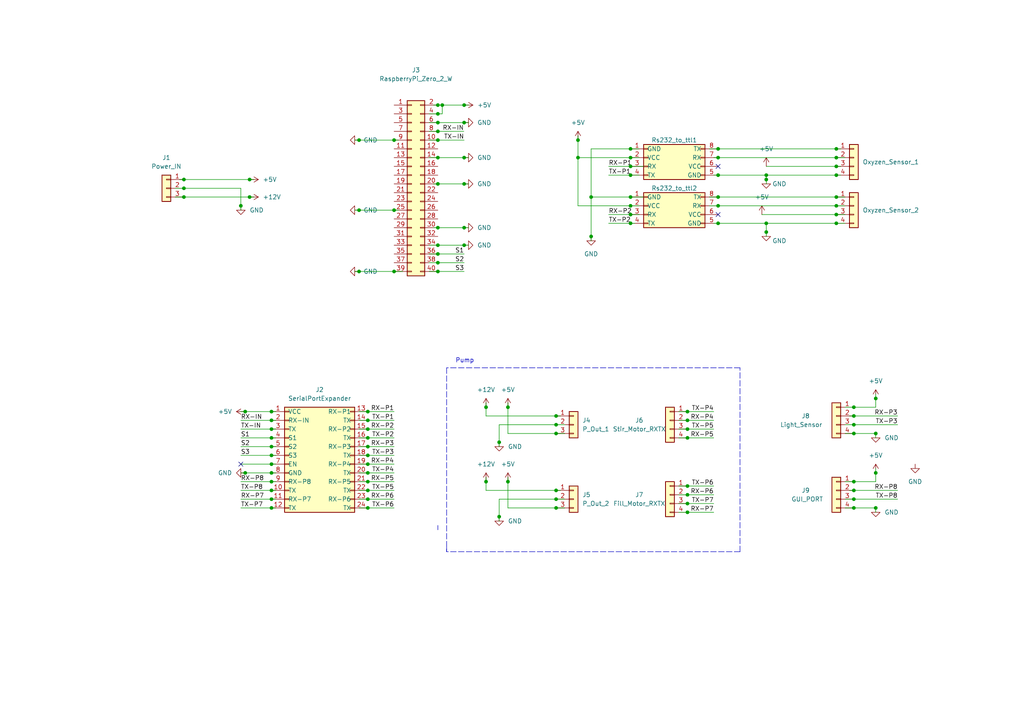
<source format=kicad_sch>
(kicad_sch (version 20211123) (generator eeschema)

  (uuid 8d8da327-4d6d-4753-917c-b1e70e7ab3bc)

  (paper "A4")

  (lib_symbols
    (symbol "Conn_01x04_1" (pin_names (offset 1.016) hide) (in_bom yes) (on_board yes)
      (property "Reference" "J" (id 0) (at 0 5.08 0)
        (effects (font (size 1.27 1.27)))
      )
      (property "Value" "Conn_01x04_1" (id 1) (at 0 -7.62 0)
        (effects (font (size 1.27 1.27)))
      )
      (property "Footprint" "" (id 2) (at 0 0 0)
        (effects (font (size 1.27 1.27)) hide)
      )
      (property "Datasheet" "~" (id 3) (at 0 0 0)
        (effects (font (size 1.27 1.27)) hide)
      )
      (property "ki_keywords" "connector" (id 4) (at 0 0 0)
        (effects (font (size 1.27 1.27)) hide)
      )
      (property "ki_description" "Generic connector, single row, 01x04, script generated (kicad-library-utils/schlib/autogen/connector/)" (id 5) (at 0 0 0)
        (effects (font (size 1.27 1.27)) hide)
      )
      (property "ki_fp_filters" "Connector*:*_1x??_*" (id 6) (at 0 0 0)
        (effects (font (size 1.27 1.27)) hide)
      )
      (symbol "Conn_01x04_1_1_1"
        (rectangle (start -1.27 -4.953) (end 0 -5.207)
          (stroke (width 0.1524) (type default) (color 0 0 0 0))
          (fill (type none))
        )
        (rectangle (start -1.27 -2.413) (end 0 -2.667)
          (stroke (width 0.1524) (type default) (color 0 0 0 0))
          (fill (type none))
        )
        (rectangle (start -1.27 0.127) (end 0 -0.127)
          (stroke (width 0.1524) (type default) (color 0 0 0 0))
          (fill (type none))
        )
        (rectangle (start -1.27 2.667) (end 0 2.413)
          (stroke (width 0.1524) (type default) (color 0 0 0 0))
          (fill (type none))
        )
        (rectangle (start -1.27 3.81) (end 1.27 -6.35)
          (stroke (width 0.254) (type default) (color 0 0 0 0))
          (fill (type background))
        )
        (pin passive line (at -5.08 2.54 0) (length 3.81)
          (name "Pin_1" (effects (font (size 1.27 1.27))))
          (number "1" (effects (font (size 1.27 1.27))))
        )
        (pin passive line (at -5.08 0 0) (length 3.81)
          (name "Pin_2" (effects (font (size 1.27 1.27))))
          (number "2" (effects (font (size 1.27 1.27))))
        )
        (pin passive line (at -5.08 -2.54 0) (length 3.81)
          (name "Pin_3" (effects (font (size 1.27 1.27))))
          (number "3" (effects (font (size 1.27 1.27))))
        )
        (pin passive line (at -5.08 -5.08 0) (length 3.81)
          (name "Pin_4" (effects (font (size 1.27 1.27))))
          (number "4" (effects (font (size 1.27 1.27))))
        )
      )
    )
    (symbol "Conn_02x04_Counter_Clockwise_1" (pin_names (offset 1.016)) (in_bom yes) (on_board yes)
      (property "Reference" "Rs232_to_ttl1" (id 0) (at 7.62 5.08 0)
        (effects (font (size 1.27 1.27)))
      )
      (property "Value" "Conn_02x04_Counter_Clockwise" (id 1) (at 1.27 6.35 0)
        (effects (font (size 1.27 1.27)) hide)
      )
      (property "Footprint" "" (id 2) (at 0 0 0)
        (effects (font (size 1.27 1.27)) hide)
      )
      (property "Datasheet" "~" (id 3) (at 0 0 0)
        (effects (font (size 1.27 1.27)) hide)
      )
      (property "ki_keywords" "connector" (id 4) (at 0 0 0)
        (effects (font (size 1.27 1.27)) hide)
      )
      (property "ki_description" "Generic connector, double row, 02x04, counter clockwise pin numbering scheme (similar to DIP packge numbering), script generated (kicad-library-utils/schlib/autogen/connector/)" (id 5) (at 0 0 0)
        (effects (font (size 1.27 1.27)) hide)
      )
      (property "ki_fp_filters" "Connector*:*_2x??_*" (id 6) (at 0 0 0)
        (effects (font (size 1.27 1.27)) hide)
      )
      (symbol "Conn_02x04_Counter_Clockwise_1_1_1"
        (rectangle (start -1.27 -4.953) (end 0 -5.207)
          (stroke (width 0.1524) (type default) (color 0 0 0 0))
          (fill (type none))
        )
        (rectangle (start -1.27 -2.413) (end 0 -2.667)
          (stroke (width 0.1524) (type default) (color 0 0 0 0))
          (fill (type none))
        )
        (rectangle (start -1.27 0.127) (end 0 -0.127)
          (stroke (width 0.1524) (type default) (color 0 0 0 0))
          (fill (type none))
        )
        (rectangle (start -1.27 2.667) (end 0 2.413)
          (stroke (width 0.1524) (type default) (color 0 0 0 0))
          (fill (type none))
        )
        (rectangle (start -1.27 3.81) (end 16.51 -6.35)
          (stroke (width 0.254) (type default) (color 0 0 0 0))
          (fill (type background))
        )
        (rectangle (start 16.51 -4.953) (end 15.24 -5.207)
          (stroke (width 0.1524) (type default) (color 0 0 0 0))
          (fill (type none))
        )
        (rectangle (start 16.51 -2.413) (end 15.24 -2.667)
          (stroke (width 0.1524) (type default) (color 0 0 0 0))
          (fill (type none))
        )
        (rectangle (start 16.51 0.127) (end 15.24 -0.127)
          (stroke (width 0.1524) (type default) (color 0 0 0 0))
          (fill (type none))
        )
        (rectangle (start 16.51 2.667) (end 15.24 2.413)
          (stroke (width 0.1524) (type default) (color 0 0 0 0))
          (fill (type none))
        )
        (pin passive line (at -5.08 2.54 0) (length 3.81)
          (name "GND" (effects (font (size 1.27 1.27))))
          (number "1" (effects (font (size 1.27 1.27))))
        )
        (pin passive line (at -5.08 0 0) (length 3.81)
          (name "VCC" (effects (font (size 1.27 1.27))))
          (number "2" (effects (font (size 1.27 1.27))))
        )
        (pin passive line (at -5.08 -2.54 0) (length 3.81)
          (name "RX" (effects (font (size 1.27 1.27))))
          (number "3" (effects (font (size 1.27 1.27))))
        )
        (pin passive line (at -5.08 -5.08 0) (length 3.81)
          (name "TX" (effects (font (size 1.27 1.27))))
          (number "4" (effects (font (size 1.27 1.27))))
        )
        (pin passive line (at 20.32 -5.08 180) (length 3.81)
          (name "GND" (effects (font (size 1.27 1.27))))
          (number "5" (effects (font (size 1.27 1.27))))
        )
        (pin passive line (at 20.32 -2.54 180) (length 3.81)
          (name "VCC" (effects (font (size 1.27 1.27))))
          (number "6" (effects (font (size 1.27 1.27))))
        )
        (pin passive line (at 20.32 0 180) (length 3.81)
          (name "RX" (effects (font (size 1.27 1.27))))
          (number "7" (effects (font (size 1.27 1.27))))
        )
        (pin passive line (at 20.32 2.54 180) (length 3.81)
          (name "TX" (effects (font (size 1.27 1.27))))
          (number "8" (effects (font (size 1.27 1.27))))
        )
      )
    )
    (symbol "Connector_Generic:Conn_01x03" (pin_names (offset 1.016) hide) (in_bom yes) (on_board yes)
      (property "Reference" "J" (id 0) (at 0 5.08 0)
        (effects (font (size 1.27 1.27)))
      )
      (property "Value" "Conn_01x03" (id 1) (at 0 -5.08 0)
        (effects (font (size 1.27 1.27)))
      )
      (property "Footprint" "" (id 2) (at 0 0 0)
        (effects (font (size 1.27 1.27)) hide)
      )
      (property "Datasheet" "~" (id 3) (at 0 0 0)
        (effects (font (size 1.27 1.27)) hide)
      )
      (property "ki_keywords" "connector" (id 4) (at 0 0 0)
        (effects (font (size 1.27 1.27)) hide)
      )
      (property "ki_description" "Generic connector, single row, 01x03, script generated (kicad-library-utils/schlib/autogen/connector/)" (id 5) (at 0 0 0)
        (effects (font (size 1.27 1.27)) hide)
      )
      (property "ki_fp_filters" "Connector*:*_1x??_*" (id 6) (at 0 0 0)
        (effects (font (size 1.27 1.27)) hide)
      )
      (symbol "Conn_01x03_1_1"
        (rectangle (start -1.27 -2.413) (end 0 -2.667)
          (stroke (width 0.1524) (type default) (color 0 0 0 0))
          (fill (type none))
        )
        (rectangle (start -1.27 0.127) (end 0 -0.127)
          (stroke (width 0.1524) (type default) (color 0 0 0 0))
          (fill (type none))
        )
        (rectangle (start -1.27 2.667) (end 0 2.413)
          (stroke (width 0.1524) (type default) (color 0 0 0 0))
          (fill (type none))
        )
        (rectangle (start -1.27 3.81) (end 1.27 -3.81)
          (stroke (width 0.254) (type default) (color 0 0 0 0))
          (fill (type background))
        )
        (pin passive line (at -5.08 2.54 0) (length 3.81)
          (name "Pin_1" (effects (font (size 1.27 1.27))))
          (number "1" (effects (font (size 1.27 1.27))))
        )
        (pin passive line (at -5.08 0 0) (length 3.81)
          (name "Pin_2" (effects (font (size 1.27 1.27))))
          (number "2" (effects (font (size 1.27 1.27))))
        )
        (pin passive line (at -5.08 -2.54 0) (length 3.81)
          (name "Pin_3" (effects (font (size 1.27 1.27))))
          (number "3" (effects (font (size 1.27 1.27))))
        )
      )
    )
    (symbol "Connector_Generic:Conn_01x04" (pin_names (offset 1.016) hide) (in_bom yes) (on_board yes)
      (property "Reference" "J" (id 0) (at 0 5.08 0)
        (effects (font (size 1.27 1.27)))
      )
      (property "Value" "Conn_01x04" (id 1) (at 0 -7.62 0)
        (effects (font (size 1.27 1.27)))
      )
      (property "Footprint" "" (id 2) (at 0 0 0)
        (effects (font (size 1.27 1.27)) hide)
      )
      (property "Datasheet" "~" (id 3) (at 0 0 0)
        (effects (font (size 1.27 1.27)) hide)
      )
      (property "ki_keywords" "connector" (id 4) (at 0 0 0)
        (effects (font (size 1.27 1.27)) hide)
      )
      (property "ki_description" "Generic connector, single row, 01x04, script generated (kicad-library-utils/schlib/autogen/connector/)" (id 5) (at 0 0 0)
        (effects (font (size 1.27 1.27)) hide)
      )
      (property "ki_fp_filters" "Connector*:*_1x??_*" (id 6) (at 0 0 0)
        (effects (font (size 1.27 1.27)) hide)
      )
      (symbol "Conn_01x04_1_1"
        (rectangle (start -1.27 -4.953) (end 0 -5.207)
          (stroke (width 0.1524) (type default) (color 0 0 0 0))
          (fill (type none))
        )
        (rectangle (start -1.27 -2.413) (end 0 -2.667)
          (stroke (width 0.1524) (type default) (color 0 0 0 0))
          (fill (type none))
        )
        (rectangle (start -1.27 0.127) (end 0 -0.127)
          (stroke (width 0.1524) (type default) (color 0 0 0 0))
          (fill (type none))
        )
        (rectangle (start -1.27 2.667) (end 0 2.413)
          (stroke (width 0.1524) (type default) (color 0 0 0 0))
          (fill (type none))
        )
        (rectangle (start -1.27 3.81) (end 1.27 -6.35)
          (stroke (width 0.254) (type default) (color 0 0 0 0))
          (fill (type background))
        )
        (pin passive line (at -5.08 2.54 0) (length 3.81)
          (name "Pin_1" (effects (font (size 1.27 1.27))))
          (number "1" (effects (font (size 1.27 1.27))))
        )
        (pin passive line (at -5.08 0 0) (length 3.81)
          (name "Pin_2" (effects (font (size 1.27 1.27))))
          (number "2" (effects (font (size 1.27 1.27))))
        )
        (pin passive line (at -5.08 -2.54 0) (length 3.81)
          (name "Pin_3" (effects (font (size 1.27 1.27))))
          (number "3" (effects (font (size 1.27 1.27))))
        )
        (pin passive line (at -5.08 -5.08 0) (length 3.81)
          (name "Pin_4" (effects (font (size 1.27 1.27))))
          (number "4" (effects (font (size 1.27 1.27))))
        )
      )
    )
    (symbol "Connector_Generic:Conn_02x12_Top_Bottom" (pin_names (offset 1.016)) (in_bom yes) (on_board yes)
      (property "Reference" "J9" (id 0) (at 0 19.05 0)
        (effects (font (size 1.27 1.27)))
      )
      (property "Value" "SerialPortExpander" (id 1) (at 0 16.51 0)
        (effects (font (size 1.27 1.27)))
      )
      (property "Footprint" "serialport expander 2x12pin 2.54mm:serialport expander 2x12pin 2.54mm" (id 2) (at 0 0 0)
        (effects (font (size 1.27 1.27)) hide)
      )
      (property "Datasheet" "~" (id 3) (at -11.43 0 0)
        (effects (font (size 1.27 1.27)) hide)
      )
      (property "ki_keywords" "connector" (id 4) (at 0 0 0)
        (effects (font (size 1.27 1.27)) hide)
      )
      (property "ki_description" "Generic connector, double row, 02x12, top/bottom pin numbering scheme (row 1: 1...pins_per_row, row2: pins_per_row+1 ... num_pins), script generated (kicad-library-utils/schlib/autogen/connector/)" (id 5) (at 0 0 0)
        (effects (font (size 1.27 1.27)) hide)
      )
      (property "ki_fp_filters" "Connector*:*_2x??_*" (id 6) (at 0 0 0)
        (effects (font (size 1.27 1.27)) hide)
      )
      (symbol "Conn_02x12_Top_Bottom_1_1"
        (rectangle (start -10.16 -15.113) (end -8.89 -15.367)
          (stroke (width 0.1524) (type default) (color 0 0 0 0))
          (fill (type none))
        )
        (rectangle (start -10.16 -12.573) (end -8.89 -12.827)
          (stroke (width 0.1524) (type default) (color 0 0 0 0))
          (fill (type none))
        )
        (rectangle (start -10.16 -10.033) (end -8.89 -10.287)
          (stroke (width 0.1524) (type default) (color 0 0 0 0))
          (fill (type none))
        )
        (rectangle (start -10.16 -7.493) (end -8.89 -7.747)
          (stroke (width 0.1524) (type default) (color 0 0 0 0))
          (fill (type none))
        )
        (rectangle (start -10.16 -4.953) (end -8.89 -5.207)
          (stroke (width 0.1524) (type default) (color 0 0 0 0))
          (fill (type none))
        )
        (rectangle (start -10.16 -2.413) (end -8.89 -2.667)
          (stroke (width 0.1524) (type default) (color 0 0 0 0))
          (fill (type none))
        )
        (rectangle (start -10.16 0.127) (end -8.89 -0.127)
          (stroke (width 0.1524) (type default) (color 0 0 0 0))
          (fill (type none))
        )
        (rectangle (start -10.16 2.667) (end -8.89 2.413)
          (stroke (width 0.1524) (type default) (color 0 0 0 0))
          (fill (type none))
        )
        (rectangle (start -10.16 5.207) (end -8.89 4.953)
          (stroke (width 0.1524) (type default) (color 0 0 0 0))
          (fill (type none))
        )
        (rectangle (start -10.16 7.747) (end -8.89 7.493)
          (stroke (width 0.1524) (type default) (color 0 0 0 0))
          (fill (type none))
        )
        (rectangle (start -10.16 10.287) (end -8.89 10.033)
          (stroke (width 0.1524) (type default) (color 0 0 0 0))
          (fill (type none))
        )
        (rectangle (start -10.16 12.827) (end -8.89 12.573)
          (stroke (width 0.1524) (type default) (color 0 0 0 0))
          (fill (type none))
        )
        (rectangle (start -10.16 13.97) (end 10.16 -16.51)
          (stroke (width 0.254) (type default) (color 0 0 0 0))
          (fill (type background))
        )
        (rectangle (start 10.16 -15.113) (end 8.89 -15.367)
          (stroke (width 0.1524) (type default) (color 0 0 0 0))
          (fill (type none))
        )
        (rectangle (start 10.16 -12.573) (end 8.89 -12.827)
          (stroke (width 0.1524) (type default) (color 0 0 0 0))
          (fill (type none))
        )
        (rectangle (start 10.16 -10.033) (end 8.89 -10.287)
          (stroke (width 0.1524) (type default) (color 0 0 0 0))
          (fill (type none))
        )
        (rectangle (start 10.16 -7.493) (end 8.89 -7.747)
          (stroke (width 0.1524) (type default) (color 0 0 0 0))
          (fill (type none))
        )
        (rectangle (start 10.16 -4.953) (end 8.89 -5.207)
          (stroke (width 0.1524) (type default) (color 0 0 0 0))
          (fill (type none))
        )
        (rectangle (start 10.16 -2.413) (end 8.89 -2.667)
          (stroke (width 0.1524) (type default) (color 0 0 0 0))
          (fill (type none))
        )
        (rectangle (start 10.16 0.127) (end 8.89 -0.127)
          (stroke (width 0.1524) (type default) (color 0 0 0 0))
          (fill (type none))
        )
        (rectangle (start 10.16 2.667) (end 8.89 2.413)
          (stroke (width 0.1524) (type default) (color 0 0 0 0))
          (fill (type none))
        )
        (rectangle (start 10.16 5.207) (end 8.89 4.953)
          (stroke (width 0.1524) (type default) (color 0 0 0 0))
          (fill (type none))
        )
        (rectangle (start 10.16 7.747) (end 8.89 7.493)
          (stroke (width 0.1524) (type default) (color 0 0 0 0))
          (fill (type none))
        )
        (rectangle (start 10.16 10.287) (end 8.89 10.033)
          (stroke (width 0.1524) (type default) (color 0 0 0 0))
          (fill (type none))
        )
        (rectangle (start 10.16 12.827) (end 8.89 12.573)
          (stroke (width 0.1524) (type default) (color 0 0 0 0))
          (fill (type none))
        )
        (pin passive line (at 13.97 12.7 180) (length 3.81)
          (name "VCC" (effects (font (size 1.27 1.27))))
          (number "1" (effects (font (size 1.27 1.27))))
        )
        (pin passive line (at 13.97 -10.16 180) (length 3.81)
          (name "TX" (effects (font (size 1.27 1.27))))
          (number "10" (effects (font (size 1.27 1.27))))
        )
        (pin passive line (at 13.97 -12.7 180) (length 3.81)
          (name "RX-P7" (effects (font (size 1.27 1.27))))
          (number "11" (effects (font (size 1.27 1.27))))
        )
        (pin passive line (at 13.97 -15.24 180) (length 3.81)
          (name "TX" (effects (font (size 1.27 1.27))))
          (number "12" (effects (font (size 1.27 1.27))))
        )
        (pin passive line (at -13.97 12.7 0) (length 3.81)
          (name "RX-P1" (effects (font (size 1.27 1.27))))
          (number "13" (effects (font (size 1.27 1.27))))
        )
        (pin passive line (at -13.97 10.16 0) (length 3.81)
          (name "TX" (effects (font (size 1.27 1.27))))
          (number "14" (effects (font (size 1.27 1.27))))
        )
        (pin passive line (at -13.97 7.62 0) (length 3.81)
          (name "RX-P2" (effects (font (size 1.27 1.27))))
          (number "15" (effects (font (size 1.27 1.27))))
        )
        (pin passive line (at -13.97 5.08 0) (length 3.81)
          (name "TX" (effects (font (size 1.27 1.27))))
          (number "16" (effects (font (size 1.27 1.27))))
        )
        (pin passive line (at -13.97 2.54 0) (length 3.81)
          (name "RX-P3" (effects (font (size 1.27 1.27))))
          (number "17" (effects (font (size 1.27 1.27))))
        )
        (pin passive line (at -13.97 0 0) (length 3.81)
          (name "TX" (effects (font (size 1.27 1.27))))
          (number "18" (effects (font (size 1.27 1.27))))
        )
        (pin passive line (at -13.97 -2.54 0) (length 3.81)
          (name "RX-P4" (effects (font (size 1.27 1.27))))
          (number "19" (effects (font (size 1.27 1.27))))
        )
        (pin passive line (at 13.97 10.16 180) (length 3.81)
          (name "RX-IN" (effects (font (size 1.27 1.27))))
          (number "2" (effects (font (size 1.27 1.27))))
        )
        (pin passive line (at -13.97 -5.08 0) (length 3.81)
          (name "TX" (effects (font (size 1.27 1.27))))
          (number "20" (effects (font (size 1.27 1.27))))
        )
        (pin passive line (at -13.97 -7.62 0) (length 3.81)
          (name "RX-P5" (effects (font (size 1.27 1.27))))
          (number "21" (effects (font (size 1.27 1.27))))
        )
        (pin passive line (at -13.97 -10.16 0) (length 3.81)
          (name "TX" (effects (font (size 1.27 1.27))))
          (number "22" (effects (font (size 1.27 1.27))))
        )
        (pin passive line (at -13.97 -12.7 0) (length 3.81)
          (name "RX-P6" (effects (font (size 1.27 1.27))))
          (number "23" (effects (font (size 1.27 1.27))))
        )
        (pin passive line (at -13.97 -15.24 0) (length 3.81)
          (name "TX" (effects (font (size 1.27 1.27))))
          (number "24" (effects (font (size 1.27 1.27))))
        )
        (pin passive line (at 13.97 7.62 180) (length 3.81)
          (name "TX" (effects (font (size 1.27 1.27))))
          (number "3" (effects (font (size 1.27 1.27))))
        )
        (pin passive line (at 13.97 5.08 180) (length 3.81)
          (name "S1" (effects (font (size 1.27 1.27))))
          (number "4" (effects (font (size 1.27 1.27))))
        )
        (pin passive line (at 13.97 2.54 180) (length 3.81)
          (name "S2" (effects (font (size 1.27 1.27))))
          (number "5" (effects (font (size 1.27 1.27))))
        )
        (pin passive line (at 13.97 0 180) (length 3.81)
          (name "S3" (effects (font (size 1.27 1.27))))
          (number "6" (effects (font (size 1.27 1.27))))
        )
        (pin passive line (at 13.97 -2.54 180) (length 3.81)
          (name "EN" (effects (font (size 1.27 1.27))))
          (number "7" (effects (font (size 1.27 1.27))))
        )
        (pin passive line (at 13.97 -5.08 180) (length 3.81)
          (name "GND" (effects (font (size 1.27 1.27))))
          (number "8" (effects (font (size 1.27 1.27))))
        )
        (pin passive line (at 13.97 -7.62 180) (length 3.81)
          (name "RX-P8" (effects (font (size 1.27 1.27))))
          (number "9" (effects (font (size 1.27 1.27))))
        )
      )
    )
    (symbol "Connector_Generic:Conn_02x20_Odd_Even" (pin_names (offset 1.016) hide) (in_bom yes) (on_board yes)
      (property "Reference" "J8" (id 0) (at 1.27 33.02 0)
        (effects (font (size 1.27 1.27)))
      )
      (property "Value" "RaspberryPi_Zero_2_W" (id 1) (at 1.27 30.48 0)
        (effects (font (size 1.27 1.27)))
      )
      (property "Footprint" "Raspberry_Pi_Zero_W__v1.3_:RASPBERRYPIZEROWV13" (id 2) (at 0 0 0)
        (effects (font (size 1.27 1.27)) hide)
      )
      (property "Datasheet" "~" (id 3) (at 0 0 0)
        (effects (font (size 1.27 1.27)) hide)
      )
      (property "ki_keywords" "connector" (id 4) (at 0 0 0)
        (effects (font (size 1.27 1.27)) hide)
      )
      (property "ki_description" "Generic connector, double row, 02x20, odd/even pin numbering scheme (row 1 odd numbers, row 2 even numbers), script generated (kicad-library-utils/schlib/autogen/connector/)" (id 5) (at 0 0 0)
        (effects (font (size 1.27 1.27)) hide)
      )
      (property "ki_fp_filters" "Connector*:*_2x??_*" (id 6) (at 0 0 0)
        (effects (font (size 1.27 1.27)) hide)
      )
      (symbol "Conn_02x20_Odd_Even_1_1"
        (rectangle (start -1.27 -25.273) (end 0 -25.527)
          (stroke (width 0.1524) (type default) (color 0 0 0 0))
          (fill (type none))
        )
        (rectangle (start -1.27 -22.733) (end 0 -22.987)
          (stroke (width 0.1524) (type default) (color 0 0 0 0))
          (fill (type none))
        )
        (rectangle (start -1.27 -20.193) (end 0 -20.447)
          (stroke (width 0.1524) (type default) (color 0 0 0 0))
          (fill (type none))
        )
        (rectangle (start -1.27 -17.653) (end 0 -17.907)
          (stroke (width 0.1524) (type default) (color 0 0 0 0))
          (fill (type none))
        )
        (rectangle (start -1.27 -15.113) (end 0 -15.367)
          (stroke (width 0.1524) (type default) (color 0 0 0 0))
          (fill (type none))
        )
        (rectangle (start -1.27 -12.573) (end 0 -12.827)
          (stroke (width 0.1524) (type default) (color 0 0 0 0))
          (fill (type none))
        )
        (rectangle (start -1.27 -10.033) (end 0 -10.287)
          (stroke (width 0.1524) (type default) (color 0 0 0 0))
          (fill (type none))
        )
        (rectangle (start -1.27 -7.493) (end 0 -7.747)
          (stroke (width 0.1524) (type default) (color 0 0 0 0))
          (fill (type none))
        )
        (rectangle (start -1.27 -4.953) (end 0 -5.207)
          (stroke (width 0.1524) (type default) (color 0 0 0 0))
          (fill (type none))
        )
        (rectangle (start -1.27 -2.413) (end 0 -2.667)
          (stroke (width 0.1524) (type default) (color 0 0 0 0))
          (fill (type none))
        )
        (rectangle (start -1.27 0.127) (end 0 -0.127)
          (stroke (width 0.1524) (type default) (color 0 0 0 0))
          (fill (type none))
        )
        (rectangle (start -1.27 2.667) (end 0 2.413)
          (stroke (width 0.1524) (type default) (color 0 0 0 0))
          (fill (type none))
        )
        (rectangle (start -1.27 5.207) (end 0 4.953)
          (stroke (width 0.1524) (type default) (color 0 0 0 0))
          (fill (type none))
        )
        (rectangle (start -1.27 7.747) (end 0 7.493)
          (stroke (width 0.1524) (type default) (color 0 0 0 0))
          (fill (type none))
        )
        (rectangle (start -1.27 10.287) (end 0 10.033)
          (stroke (width 0.1524) (type default) (color 0 0 0 0))
          (fill (type none))
        )
        (rectangle (start -1.27 12.827) (end 0 12.573)
          (stroke (width 0.1524) (type default) (color 0 0 0 0))
          (fill (type none))
        )
        (rectangle (start -1.27 15.367) (end 0 15.113)
          (stroke (width 0.1524) (type default) (color 0 0 0 0))
          (fill (type none))
        )
        (rectangle (start -1.27 17.907) (end 0 17.653)
          (stroke (width 0.1524) (type default) (color 0 0 0 0))
          (fill (type none))
        )
        (rectangle (start -1.27 20.447) (end 0 20.193)
          (stroke (width 0.1524) (type default) (color 0 0 0 0))
          (fill (type none))
        )
        (rectangle (start -1.27 22.987) (end 0 22.733)
          (stroke (width 0.1524) (type default) (color 0 0 0 0))
          (fill (type none))
        )
        (rectangle (start -1.27 24.13) (end 3.81 -26.67)
          (stroke (width 0.254) (type default) (color 0 0 0 0))
          (fill (type background))
        )
        (rectangle (start 3.81 -25.273) (end 2.54 -25.527)
          (stroke (width 0.1524) (type default) (color 0 0 0 0))
          (fill (type none))
        )
        (rectangle (start 3.81 -22.733) (end 2.54 -22.987)
          (stroke (width 0.1524) (type default) (color 0 0 0 0))
          (fill (type none))
        )
        (rectangle (start 3.81 -20.193) (end 2.54 -20.447)
          (stroke (width 0.1524) (type default) (color 0 0 0 0))
          (fill (type none))
        )
        (rectangle (start 3.81 -17.653) (end 2.54 -17.907)
          (stroke (width 0.1524) (type default) (color 0 0 0 0))
          (fill (type none))
        )
        (rectangle (start 3.81 -15.113) (end 2.54 -15.367)
          (stroke (width 0.1524) (type default) (color 0 0 0 0))
          (fill (type none))
        )
        (rectangle (start 3.81 -12.573) (end 2.54 -12.827)
          (stroke (width 0.1524) (type default) (color 0 0 0 0))
          (fill (type none))
        )
        (rectangle (start 3.81 -10.033) (end 2.54 -10.287)
          (stroke (width 0.1524) (type default) (color 0 0 0 0))
          (fill (type none))
        )
        (rectangle (start 3.81 -7.493) (end 2.54 -7.747)
          (stroke (width 0.1524) (type default) (color 0 0 0 0))
          (fill (type none))
        )
        (rectangle (start 3.81 -4.953) (end 2.54 -5.207)
          (stroke (width 0.1524) (type default) (color 0 0 0 0))
          (fill (type none))
        )
        (rectangle (start 3.81 -2.413) (end 2.54 -2.667)
          (stroke (width 0.1524) (type default) (color 0 0 0 0))
          (fill (type none))
        )
        (rectangle (start 3.81 0.127) (end 2.54 -0.127)
          (stroke (width 0.1524) (type default) (color 0 0 0 0))
          (fill (type none))
        )
        (rectangle (start 3.81 2.667) (end 2.54 2.413)
          (stroke (width 0.1524) (type default) (color 0 0 0 0))
          (fill (type none))
        )
        (rectangle (start 3.81 5.207) (end 2.54 4.953)
          (stroke (width 0.1524) (type default) (color 0 0 0 0))
          (fill (type none))
        )
        (rectangle (start 3.81 7.747) (end 2.54 7.493)
          (stroke (width 0.1524) (type default) (color 0 0 0 0))
          (fill (type none))
        )
        (rectangle (start 3.81 10.287) (end 2.54 10.033)
          (stroke (width 0.1524) (type default) (color 0 0 0 0))
          (fill (type none))
        )
        (rectangle (start 3.81 12.827) (end 2.54 12.573)
          (stroke (width 0.1524) (type default) (color 0 0 0 0))
          (fill (type none))
        )
        (rectangle (start 3.81 15.367) (end 2.54 15.113)
          (stroke (width 0.1524) (type default) (color 0 0 0 0))
          (fill (type none))
        )
        (rectangle (start 3.81 17.907) (end 2.54 17.653)
          (stroke (width 0.1524) (type default) (color 0 0 0 0))
          (fill (type none))
        )
        (rectangle (start 3.81 20.447) (end 2.54 20.193)
          (stroke (width 0.1524) (type default) (color 0 0 0 0))
          (fill (type none))
        )
        (rectangle (start 3.81 22.987) (end 2.54 22.733)
          (stroke (width 0.1524) (type default) (color 0 0 0 0))
          (fill (type none))
        )
        (pin passive line (at -5.08 22.86 0) (length 3.81)
          (name "Pin_1" (effects (font (size 1.27 1.27))))
          (number "1" (effects (font (size 1.27 1.27))))
        )
        (pin passive line (at 7.62 12.7 180) (length 3.81)
          (name "Pin_10" (effects (font (size 1.27 1.27))))
          (number "10" (effects (font (size 1.27 1.27))))
        )
        (pin passive line (at -5.08 10.16 0) (length 3.81)
          (name "Pin_11" (effects (font (size 1.27 1.27))))
          (number "11" (effects (font (size 1.27 1.27))))
        )
        (pin passive line (at 7.62 10.16 180) (length 3.81)
          (name "Pin_12" (effects (font (size 1.27 1.27))))
          (number "12" (effects (font (size 1.27 1.27))))
        )
        (pin passive line (at -5.08 7.62 0) (length 3.81)
          (name "Pin_13" (effects (font (size 1.27 1.27))))
          (number "13" (effects (font (size 1.27 1.27))))
        )
        (pin passive line (at 7.62 7.62 180) (length 3.81)
          (name "Pin_14" (effects (font (size 1.27 1.27))))
          (number "14" (effects (font (size 1.27 1.27))))
        )
        (pin passive line (at -5.08 5.08 0) (length 3.81)
          (name "Pin_15" (effects (font (size 1.27 1.27))))
          (number "15" (effects (font (size 1.27 1.27))))
        )
        (pin passive line (at 7.62 5.08 180) (length 3.81)
          (name "Pin_16" (effects (font (size 1.27 1.27))))
          (number "16" (effects (font (size 1.27 1.27))))
        )
        (pin passive line (at -5.08 2.54 0) (length 3.81)
          (name "Pin_17" (effects (font (size 1.27 1.27))))
          (number "17" (effects (font (size 1.27 1.27))))
        )
        (pin passive line (at 7.62 2.54 180) (length 3.81)
          (name "Pin_18" (effects (font (size 1.27 1.27))))
          (number "18" (effects (font (size 1.27 1.27))))
        )
        (pin passive line (at -5.08 0 0) (length 3.81)
          (name "Pin_19" (effects (font (size 1.27 1.27))))
          (number "19" (effects (font (size 1.27 1.27))))
        )
        (pin passive line (at 7.62 22.86 180) (length 3.81)
          (name "Pin_2" (effects (font (size 1.27 1.27))))
          (number "2" (effects (font (size 1.27 1.27))))
        )
        (pin passive line (at 7.62 0 180) (length 3.81)
          (name "Pin_20" (effects (font (size 1.27 1.27))))
          (number "20" (effects (font (size 1.27 1.27))))
        )
        (pin passive line (at -5.08 -2.54 0) (length 3.81)
          (name "Pin_21" (effects (font (size 1.27 1.27))))
          (number "21" (effects (font (size 1.27 1.27))))
        )
        (pin passive line (at 7.62 -2.54 180) (length 3.81)
          (name "Pin_22" (effects (font (size 1.27 1.27))))
          (number "22" (effects (font (size 1.27 1.27))))
        )
        (pin passive line (at -5.08 -5.08 0) (length 3.81)
          (name "Pin_23" (effects (font (size 1.27 1.27))))
          (number "23" (effects (font (size 1.27 1.27))))
        )
        (pin passive line (at 7.62 -5.08 180) (length 3.81)
          (name "Pin_24" (effects (font (size 1.27 1.27))))
          (number "24" (effects (font (size 1.27 1.27))))
        )
        (pin passive line (at -5.08 -7.62 0) (length 3.81)
          (name "Pin_25" (effects (font (size 1.27 1.27))))
          (number "25" (effects (font (size 1.27 1.27))))
        )
        (pin passive line (at 7.62 -7.62 180) (length 3.81)
          (name "Pin_26" (effects (font (size 1.27 1.27))))
          (number "26" (effects (font (size 1.27 1.27))))
        )
        (pin passive line (at -5.08 -10.16 0) (length 3.81)
          (name "Pin_27" (effects (font (size 1.27 1.27))))
          (number "27" (effects (font (size 1.27 1.27))))
        )
        (pin passive line (at 7.62 -10.16 180) (length 3.81)
          (name "Pin_28" (effects (font (size 1.27 1.27))))
          (number "28" (effects (font (size 1.27 1.27))))
        )
        (pin passive line (at -5.08 -12.7 0) (length 3.81)
          (name "Pin_29" (effects (font (size 1.27 1.27))))
          (number "29" (effects (font (size 1.27 1.27))))
        )
        (pin passive line (at -5.08 20.32 0) (length 3.81)
          (name "Pin_3" (effects (font (size 1.27 1.27))))
          (number "3" (effects (font (size 1.27 1.27))))
        )
        (pin passive line (at 7.62 -12.7 180) (length 3.81)
          (name "Pin_30" (effects (font (size 1.27 1.27))))
          (number "30" (effects (font (size 1.27 1.27))))
        )
        (pin passive line (at -5.08 -15.24 0) (length 3.81)
          (name "Pin_31" (effects (font (size 1.27 1.27))))
          (number "31" (effects (font (size 1.27 1.27))))
        )
        (pin passive line (at 7.62 -15.24 180) (length 3.81)
          (name "Pin_32" (effects (font (size 1.27 1.27))))
          (number "32" (effects (font (size 1.27 1.27))))
        )
        (pin passive line (at -5.08 -17.78 0) (length 3.81)
          (name "Pin_33" (effects (font (size 1.27 1.27))))
          (number "33" (effects (font (size 1.27 1.27))))
        )
        (pin passive line (at 7.62 -17.78 180) (length 3.81)
          (name "Pin_34" (effects (font (size 1.27 1.27))))
          (number "34" (effects (font (size 1.27 1.27))))
        )
        (pin passive line (at -5.08 -20.32 0) (length 3.81)
          (name "Pin_35" (effects (font (size 1.27 1.27))))
          (number "35" (effects (font (size 1.27 1.27))))
        )
        (pin passive line (at 7.62 -20.32 180) (length 3.81)
          (name "Pin_36" (effects (font (size 1.27 1.27))))
          (number "36" (effects (font (size 1.27 1.27))))
        )
        (pin passive line (at -5.08 -22.86 0) (length 3.81)
          (name "Pin_37" (effects (font (size 1.27 1.27))))
          (number "37" (effects (font (size 1.27 1.27))))
        )
        (pin passive line (at 7.62 -22.86 180) (length 3.81)
          (name "Pin_38" (effects (font (size 1.27 1.27))))
          (number "38" (effects (font (size 1.27 1.27))))
        )
        (pin passive line (at -5.08 -25.4 0) (length 3.81)
          (name "Pin_39" (effects (font (size 1.27 1.27))))
          (number "39" (effects (font (size 1.27 1.27))))
        )
        (pin passive line (at 7.62 20.32 180) (length 3.81)
          (name "Pin_4" (effects (font (size 1.27 1.27))))
          (number "4" (effects (font (size 1.27 1.27))))
        )
        (pin passive line (at 7.62 -25.4 180) (length 3.81)
          (name "Pin_40" (effects (font (size 1.27 1.27))))
          (number "40" (effects (font (size 1.27 1.27))))
        )
        (pin passive line (at -5.08 17.78 0) (length 3.81)
          (name "Pin_5" (effects (font (size 1.27 1.27))))
          (number "5" (effects (font (size 1.27 1.27))))
        )
        (pin passive line (at 7.62 17.78 180) (length 3.81)
          (name "Pin_6" (effects (font (size 1.27 1.27))))
          (number "6" (effects (font (size 1.27 1.27))))
        )
        (pin passive line (at -5.08 15.24 0) (length 3.81)
          (name "Pin_7" (effects (font (size 1.27 1.27))))
          (number "7" (effects (font (size 1.27 1.27))))
        )
        (pin passive line (at 7.62 15.24 180) (length 3.81)
          (name "Pin_8" (effects (font (size 1.27 1.27))))
          (number "8" (effects (font (size 1.27 1.27))))
        )
        (pin passive line (at -5.08 12.7 0) (length 3.81)
          (name "Pin_9" (effects (font (size 1.27 1.27))))
          (number "9" (effects (font (size 1.27 1.27))))
        )
        (pin passive non_logic (at 3.81 24.13 90) (length 3.81) hide
          (name "MH1" (effects (font (size 1.27 1.27))))
          (number "MH1" (effects (font (size 1.27 1.27))))
        )
        (pin passive non_logic (at -1.27 24.13 90) (length 3.81) hide
          (name "MH2" (effects (font (size 1.27 1.27))))
          (number "MH2" (effects (font (size 1.27 1.27))))
        )
        (pin passive non_logic (at -1.27 -26.67 270) (length 3.81) hide
          (name "MH3" (effects (font (size 1.27 1.27))))
          (number "MH3" (effects (font (size 1.27 1.27))))
        )
        (pin passive non_logic (at 3.81 -26.67 270) (length 3.81) hide
          (name "MH4" (effects (font (size 1.27 1.27))))
          (number "MH4" (effects (font (size 1.27 1.27))))
        )
      )
    )
    (symbol "power:+12V" (power) (pin_names (offset 0)) (in_bom yes) (on_board yes)
      (property "Reference" "#PWR" (id 0) (at 0 -3.81 0)
        (effects (font (size 1.27 1.27)) hide)
      )
      (property "Value" "+12V" (id 1) (at 0 3.556 0)
        (effects (font (size 1.27 1.27)))
      )
      (property "Footprint" "" (id 2) (at 0 0 0)
        (effects (font (size 1.27 1.27)) hide)
      )
      (property "Datasheet" "" (id 3) (at 0 0 0)
        (effects (font (size 1.27 1.27)) hide)
      )
      (property "ki_keywords" "power-flag" (id 4) (at 0 0 0)
        (effects (font (size 1.27 1.27)) hide)
      )
      (property "ki_description" "Power symbol creates a global label with name \"+12V\"" (id 5) (at 0 0 0)
        (effects (font (size 1.27 1.27)) hide)
      )
      (symbol "+12V_0_1"
        (polyline
          (pts
            (xy -0.762 1.27)
            (xy 0 2.54)
          )
          (stroke (width 0) (type default) (color 0 0 0 0))
          (fill (type none))
        )
        (polyline
          (pts
            (xy 0 0)
            (xy 0 2.54)
          )
          (stroke (width 0) (type default) (color 0 0 0 0))
          (fill (type none))
        )
        (polyline
          (pts
            (xy 0 2.54)
            (xy 0.762 1.27)
          )
          (stroke (width 0) (type default) (color 0 0 0 0))
          (fill (type none))
        )
      )
      (symbol "+12V_1_1"
        (pin power_in line (at 0 0 90) (length 0) hide
          (name "+12V" (effects (font (size 1.27 1.27))))
          (number "1" (effects (font (size 1.27 1.27))))
        )
      )
    )
    (symbol "power:+5V" (power) (pin_names (offset 0)) (in_bom yes) (on_board yes)
      (property "Reference" "#PWR" (id 0) (at 0 -3.81 0)
        (effects (font (size 1.27 1.27)) hide)
      )
      (property "Value" "+5V" (id 1) (at 0 3.556 0)
        (effects (font (size 1.27 1.27)))
      )
      (property "Footprint" "" (id 2) (at 0 0 0)
        (effects (font (size 1.27 1.27)) hide)
      )
      (property "Datasheet" "" (id 3) (at 0 0 0)
        (effects (font (size 1.27 1.27)) hide)
      )
      (property "ki_keywords" "power-flag" (id 4) (at 0 0 0)
        (effects (font (size 1.27 1.27)) hide)
      )
      (property "ki_description" "Power symbol creates a global label with name \"+5V\"" (id 5) (at 0 0 0)
        (effects (font (size 1.27 1.27)) hide)
      )
      (symbol "+5V_0_1"
        (polyline
          (pts
            (xy -0.762 1.27)
            (xy 0 2.54)
          )
          (stroke (width 0) (type default) (color 0 0 0 0))
          (fill (type none))
        )
        (polyline
          (pts
            (xy 0 0)
            (xy 0 2.54)
          )
          (stroke (width 0) (type default) (color 0 0 0 0))
          (fill (type none))
        )
        (polyline
          (pts
            (xy 0 2.54)
            (xy 0.762 1.27)
          )
          (stroke (width 0) (type default) (color 0 0 0 0))
          (fill (type none))
        )
      )
      (symbol "+5V_1_1"
        (pin power_in line (at 0 0 90) (length 0) hide
          (name "+5V" (effects (font (size 1.27 1.27))))
          (number "1" (effects (font (size 1.27 1.27))))
        )
      )
    )
    (symbol "power:GND" (power) (pin_names (offset 0)) (in_bom yes) (on_board yes)
      (property "Reference" "#PWR" (id 0) (at 0 -6.35 0)
        (effects (font (size 1.27 1.27)) hide)
      )
      (property "Value" "GND" (id 1) (at 0 -3.81 0)
        (effects (font (size 1.27 1.27)))
      )
      (property "Footprint" "" (id 2) (at 0 0 0)
        (effects (font (size 1.27 1.27)) hide)
      )
      (property "Datasheet" "" (id 3) (at 0 0 0)
        (effects (font (size 1.27 1.27)) hide)
      )
      (property "ki_keywords" "power-flag" (id 4) (at 0 0 0)
        (effects (font (size 1.27 1.27)) hide)
      )
      (property "ki_description" "Power symbol creates a global label with name \"GND\" , ground" (id 5) (at 0 0 0)
        (effects (font (size 1.27 1.27)) hide)
      )
      (symbol "GND_0_1"
        (polyline
          (pts
            (xy 0 0)
            (xy 0 -1.27)
            (xy 1.27 -1.27)
            (xy 0 -2.54)
            (xy -1.27 -1.27)
            (xy 0 -1.27)
          )
          (stroke (width 0) (type default) (color 0 0 0 0))
          (fill (type none))
        )
      )
      (symbol "GND_1_1"
        (pin power_in line (at 0 0 270) (length 0) hide
          (name "GND" (effects (font (size 1.27 1.27))))
          (number "1" (effects (font (size 1.27 1.27))))
        )
      )
    )
  )

  (junction (at 171.45 68.58) (diameter 0) (color 0 0 0 0)
    (uuid 00134217-e3c0-4305-be9f-92e99ff940f4)
  )
  (junction (at 134.62 30.48) (diameter 0) (color 0 0 0 0)
    (uuid 004343d4-fbbc-4459-a106-92e18b79bd8c)
  )
  (junction (at 222.25 52.07) (diameter 0) (color 0 0 0 0)
    (uuid 004ddc1b-89bc-4bb9-81f0-fc90a1d5faef)
  )
  (junction (at 171.45 57.15) (diameter 0) (color 0 0 0 0)
    (uuid 00e30f79-b67f-4d22-8949-eb1b32cb46b1)
  )
  (junction (at 242.57 62.23) (diameter 0) (color 0 0 0 0)
    (uuid 04d226d3-b92a-4295-ac39-aed53b7e7896)
  )
  (junction (at 127 35.56) (diameter 0) (color 0 0 0 0)
    (uuid 0677197f-925d-49ae-b672-407868493e87)
  )
  (junction (at 182.88 43.18) (diameter 0) (color 0 0 0 0)
    (uuid 0691081f-0087-49a3-b416-e07abb1d68c6)
  )
  (junction (at 106.68 139.7) (diameter 0) (color 0 0 0 0)
    (uuid 09b9248f-bf17-4ab5-8f81-81360ef54010)
  )
  (junction (at 242.57 43.18) (diameter 0) (color 0 0 0 0)
    (uuid 0b58bb8e-439f-458c-9943-16eb18e4c83b)
  )
  (junction (at 106.68 144.78) (diameter 0) (color 0 0 0 0)
    (uuid 11b641c6-9bc3-4446-b7ba-adb91bcf498d)
  )
  (junction (at 199.39 121.92) (diameter 0) (color 0 0 0 0)
    (uuid 11cdec55-435f-4b7f-805a-bee9ab2b00ee)
  )
  (junction (at 53.34 54.61) (diameter 0) (color 0 0 0 0)
    (uuid 12050b28-95ef-4d12-8193-c35289996e5c)
  )
  (junction (at 78.74 119.38) (diameter 0) (color 0 0 0 0)
    (uuid 12f181c2-3244-4e4c-bb32-5b41edbd19f3)
  )
  (junction (at 78.74 121.92) (diameter 0) (color 0 0 0 0)
    (uuid 171e50c5-6cc5-462d-8bf3-001b786e927f)
  )
  (junction (at 254 147.32) (diameter 0) (color 0 0 0 0)
    (uuid 19cbda20-8968-4c35-923e-40ce69eb2c34)
  )
  (junction (at 134.62 45.72) (diameter 0) (color 0 0 0 0)
    (uuid 20d55a3b-6858-4aaf-9fce-a45e71af9849)
  )
  (junction (at 106.68 129.54) (diameter 0) (color 0 0 0 0)
    (uuid 243ab842-82be-46df-ba59-cc590a18ec99)
  )
  (junction (at 106.68 127) (diameter 0) (color 0 0 0 0)
    (uuid 24e025ff-1d02-4165-873a-70457b8e152e)
  )
  (junction (at 106.68 124.46) (diameter 0) (color 0 0 0 0)
    (uuid 2b41069d-4510-4af9-bec6-27ec9a05496c)
  )
  (junction (at 247.65 147.32) (diameter 0) (color 0 0 0 0)
    (uuid 3016f82c-f9ba-4261-b0a3-5308a5a478cd)
  )
  (junction (at 78.74 124.46) (diameter 0) (color 0 0 0 0)
    (uuid 30adbcb0-fc0a-4900-a43f-86ea2c7a31d5)
  )
  (junction (at 247.65 123.19) (diameter 0) (color 0 0 0 0)
    (uuid 324c3291-4777-4770-89f9-65fd88fe5547)
  )
  (junction (at 161.29 125.73) (diameter 0) (color 0 0 0 0)
    (uuid 32a874d8-13c2-4950-b2f9-05ca23ed3d5d)
  )
  (junction (at 222.25 50.8) (diameter 0) (color 0 0 0 0)
    (uuid 33102e92-8e65-423c-91a5-21f397c41fb5)
  )
  (junction (at 147.32 118.11) (diameter 0) (color 0 0 0 0)
    (uuid 357856bd-3d3d-4160-8d89-c953aff1cccb)
  )
  (junction (at 69.85 59.69) (diameter 0) (color 0 0 0 0)
    (uuid 3712acca-bc06-40f6-ac06-b70dc4b9aaa6)
  )
  (junction (at 242.57 57.15) (diameter 0) (color 0 0 0 0)
    (uuid 384b444a-1319-4042-a2df-c89004d4f299)
  )
  (junction (at 144.78 149.86) (diameter 0) (color 0 0 0 0)
    (uuid 3858be5f-9f33-48a6-b939-08493f4167fd)
  )
  (junction (at 106.68 147.32) (diameter 0) (color 0 0 0 0)
    (uuid 3c8f07e6-d926-4500-875f-7731621fea24)
  )
  (junction (at 78.74 147.32) (diameter 0) (color 0 0 0 0)
    (uuid 3ea5cc76-f0b8-4e5c-8674-00da07e95e3e)
  )
  (junction (at 127 76.2) (diameter 0) (color 0 0 0 0)
    (uuid 3f06ceca-2295-4774-9307-7bda35753381)
  )
  (junction (at 208.28 43.18) (diameter 0) (color 0 0 0 0)
    (uuid 3f838379-a74d-4365-b991-05308006c86b)
  )
  (junction (at 114.3 60.96) (diameter 0) (color 0 0 0 0)
    (uuid 3fdda639-35bd-4f8b-a261-f06f2e0aaaa9)
  )
  (junction (at 134.62 35.56) (diameter 0) (color 0 0 0 0)
    (uuid 415a0f03-ee91-4d98-84b9-e4627e0add7b)
  )
  (junction (at 127 66.04) (diameter 0) (color 0 0 0 0)
    (uuid 4175c327-a7fe-4d84-ba69-9ba6e02c58fb)
  )
  (junction (at 254 125.73) (diameter 0) (color 0 0 0 0)
    (uuid 43971745-6f64-41b9-8a4b-ceb1b9580218)
  )
  (junction (at 222.25 67.31) (diameter 0) (color 0 0 0 0)
    (uuid 463647a6-d1a0-424d-a4df-51fa519b7fb5)
  )
  (junction (at 167.64 40.64) (diameter 0) (color 0 0 0 0)
    (uuid 4679118d-87df-459e-b3a7-0f8506d3f7f6)
  )
  (junction (at 247.65 118.11) (diameter 0) (color 0 0 0 0)
    (uuid 4dec140a-3f2f-4b17-b6f0-89a0fc1cf30b)
  )
  (junction (at 247.65 139.7) (diameter 0) (color 0 0 0 0)
    (uuid 4eb9dc01-84e4-470a-bddd-336f2206d841)
  )
  (junction (at 182.88 48.26) (diameter 0) (color 0 0 0 0)
    (uuid 4fcf1c08-0efc-4e7f-ac86-76d55a0b85a0)
  )
  (junction (at 144.78 128.27) (diameter 0) (color 0 0 0 0)
    (uuid 516ab96c-35ca-4884-a8b1-8bdb374572b5)
  )
  (junction (at 161.29 147.32) (diameter 0) (color 0 0 0 0)
    (uuid 536bb953-20c5-4cc3-ade9-e6c5d307a114)
  )
  (junction (at 106.68 134.62) (diameter 0) (color 0 0 0 0)
    (uuid 55113079-323a-40f0-bc94-4aaf48f78a5b)
  )
  (junction (at 106.68 121.92) (diameter 0) (color 0 0 0 0)
    (uuid 59c49c55-6c6d-471f-b166-5115d4ca7108)
  )
  (junction (at 127 38.1) (diameter 0) (color 0 0 0 0)
    (uuid 5fada503-749c-4ab1-b15f-4f7e43d6c0e6)
  )
  (junction (at 161.29 144.78) (diameter 0) (color 0 0 0 0)
    (uuid 664129de-ba7f-4737-927f-92ea6bdb9b43)
  )
  (junction (at 127 78.74) (diameter 0) (color 0 0 0 0)
    (uuid 682f831f-86df-46fc-a154-faded75835c0)
  )
  (junction (at 127 33.02) (diameter 0) (color 0 0 0 0)
    (uuid 691e2cbe-b26c-4267-8f9b-0ee6a0516aaf)
  )
  (junction (at 182.88 50.8) (diameter 0) (color 0 0 0 0)
    (uuid 6b74a168-5d7b-4d08-9a76-51b743083749)
  )
  (junction (at 167.64 45.72) (diameter 0) (color 0 0 0 0)
    (uuid 6b93898d-63e5-4298-a63c-f54c30f547cc)
  )
  (junction (at 199.39 148.59) (diameter 0) (color 0 0 0 0)
    (uuid 6e1c18b9-3fea-4204-afc6-38aaff3cd6af)
  )
  (junction (at 127 30.48) (diameter 0) (color 0 0 0 0)
    (uuid 700f3019-ff0d-4a68-b692-43778399e4b4)
  )
  (junction (at 242.57 50.8) (diameter 0) (color 0 0 0 0)
    (uuid 70546e1a-2505-45d7-a950-0d16e0c4c427)
  )
  (junction (at 127 73.66) (diameter 0) (color 0 0 0 0)
    (uuid 713acfd3-907d-4660-92a6-dbfbf2bfc248)
  )
  (junction (at 127 40.64) (diameter 0) (color 0 0 0 0)
    (uuid 7306108b-8b5c-46d5-a3e1-bf8669a5f9b9)
  )
  (junction (at 114.3 78.74) (diameter 0) (color 0 0 0 0)
    (uuid 7513bd06-26ac-47f8-9fb8-57035f227d8b)
  )
  (junction (at 78.74 134.62) (diameter 0) (color 0 0 0 0)
    (uuid 7bca5ce3-6022-488e-b575-434a9a81f20c)
  )
  (junction (at 106.68 137.16) (diameter 0) (color 0 0 0 0)
    (uuid 7c81396b-1113-44e5-9b93-cf598be195e0)
  )
  (junction (at 254 137.16) (diameter 0) (color 0 0 0 0)
    (uuid 7c840cf2-18c2-4b5e-9d18-7773de25b900)
  )
  (junction (at 78.74 127) (diameter 0) (color 0 0 0 0)
    (uuid 801f04dc-dd60-49b2-b9e0-d06f81897ddd)
  )
  (junction (at 78.74 142.24) (diameter 0) (color 0 0 0 0)
    (uuid 845fdfbc-c464-442f-8ca4-945189100ea0)
  )
  (junction (at 127 71.12) (diameter 0) (color 0 0 0 0)
    (uuid 86e6da59-9175-498a-b4cd-e3195bf92463)
  )
  (junction (at 242.57 45.72) (diameter 0) (color 0 0 0 0)
    (uuid 87b0d27d-8c92-47f5-b6cf-66578b6858e7)
  )
  (junction (at 53.34 52.07) (diameter 0) (color 0 0 0 0)
    (uuid 89e0b497-98dd-488a-97c5-19e6c7bfb2b8)
  )
  (junction (at 199.39 140.97) (diameter 0) (color 0 0 0 0)
    (uuid 8b9aa3b3-4c13-491e-80b6-635cc48493af)
  )
  (junction (at 199.39 124.46) (diameter 0) (color 0 0 0 0)
    (uuid 8bef3269-07f2-4003-98a5-e0476df200f9)
  )
  (junction (at 247.65 125.73) (diameter 0) (color 0 0 0 0)
    (uuid 8def0909-ffaa-4b17-a32a-261f50f78796)
  )
  (junction (at 147.32 139.7) (diameter 0) (color 0 0 0 0)
    (uuid 8e62e53a-50cb-4606-a861-ac07ad9b29ee)
  )
  (junction (at 72.39 57.15) (diameter 0) (color 0 0 0 0)
    (uuid 90006e1c-63d7-4e7f-8b14-91126a3d2ccc)
  )
  (junction (at 114.3 40.64) (diameter 0) (color 0 0 0 0)
    (uuid 90d32df2-6be4-4a68-a417-0d975edd0fc6)
  )
  (junction (at 208.28 45.72) (diameter 0) (color 0 0 0 0)
    (uuid 984ee776-2401-40ae-a16b-9dee53145ada)
  )
  (junction (at 78.74 129.54) (diameter 0) (color 0 0 0 0)
    (uuid 9bc91da0-0930-40c9-a428-f11be139eb12)
  )
  (junction (at 104.14 60.96) (diameter 0) (color 0 0 0 0)
    (uuid 9c088fa7-228e-4974-9f8b-93ffff2752db)
  )
  (junction (at 182.88 59.69) (diameter 0) (color 0 0 0 0)
    (uuid 9cb50ff2-32ae-4f47-8b1e-b2e61cbc6c6a)
  )
  (junction (at 106.68 132.08) (diameter 0) (color 0 0 0 0)
    (uuid a0172379-1afc-40b2-85f2-09207f2a99ec)
  )
  (junction (at 72.39 52.07) (diameter 0) (color 0 0 0 0)
    (uuid a1b208a5-17e5-41f3-aa45-1a774b4020aa)
  )
  (junction (at 161.29 123.19) (diameter 0) (color 0 0 0 0)
    (uuid a28e4c93-8d60-4c50-a967-b7da21e5b42d)
  )
  (junction (at 247.65 120.65) (diameter 0) (color 0 0 0 0)
    (uuid a3887266-68b0-4dd7-9a5c-d536fac04d37)
  )
  (junction (at 53.34 57.15) (diameter 0) (color 0 0 0 0)
    (uuid a45442c0-9d21-4a39-a146-5bb8a82144a3)
  )
  (junction (at 78.74 144.78) (diameter 0) (color 0 0 0 0)
    (uuid a66eebfd-2776-4af2-afbf-5cb9c9a7e22a)
  )
  (junction (at 134.62 53.34) (diameter 0) (color 0 0 0 0)
    (uuid a969119f-cd91-43ec-a777-873038b2b7bc)
  )
  (junction (at 208.28 57.15) (diameter 0) (color 0 0 0 0)
    (uuid abe5fdbc-19b9-4b49-af2e-b681d888e7d1)
  )
  (junction (at 78.74 137.16) (diameter 0) (color 0 0 0 0)
    (uuid ae53b946-ceab-49bf-b1d0-d6f3172d7e34)
  )
  (junction (at 71.12 137.16) (diameter 0) (color 0 0 0 0)
    (uuid af3784e5-2bb2-4c8b-adde-28bcbc44ecfa)
  )
  (junction (at 161.29 142.24) (diameter 0) (color 0 0 0 0)
    (uuid b2d0abf7-eaae-40a9-bb2b-0efdc343ab78)
  )
  (junction (at 134.62 66.04) (diameter 0) (color 0 0 0 0)
    (uuid b9cce91f-3d7e-446c-9dc5-e489a1e02a79)
  )
  (junction (at 242.57 59.69) (diameter 0) (color 0 0 0 0)
    (uuid bc1fdf0b-50c5-4074-9e63-2a036f703f42)
  )
  (junction (at 161.29 120.65) (diameter 0) (color 0 0 0 0)
    (uuid bc60d2d6-e199-4ca5-8bb0-d6641fcb087d)
  )
  (junction (at 127 53.34) (diameter 0) (color 0 0 0 0)
    (uuid c67f330c-a0db-4141-9d01-0f32274e97c8)
  )
  (junction (at 208.28 64.77) (diameter 0) (color 0 0 0 0)
    (uuid c7c93a1b-1599-4491-81a5-2cbefc19013d)
  )
  (junction (at 254 115.57) (diameter 0) (color 0 0 0 0)
    (uuid c8dca1a6-f09a-4305-804d-2295b5448f55)
  )
  (junction (at 104.14 40.64) (diameter 0) (color 0 0 0 0)
    (uuid c977af6e-9b25-4661-887b-74341ecf7991)
  )
  (junction (at 199.39 127) (diameter 0) (color 0 0 0 0)
    (uuid cfb4f98c-9f92-4c06-acfc-cdeb6c1755c5)
  )
  (junction (at 127 45.72) (diameter 0) (color 0 0 0 0)
    (uuid d32b7061-575b-4e35-b5c0-0a0f382d9f10)
  )
  (junction (at 247.65 144.78) (diameter 0) (color 0 0 0 0)
    (uuid d32cc096-740c-442c-84ac-39c08c94919c)
  )
  (junction (at 182.88 62.23) (diameter 0) (color 0 0 0 0)
    (uuid d7678225-9962-4b6c-8ac6-79810f77c6a5)
  )
  (junction (at 78.74 139.7) (diameter 0) (color 0 0 0 0)
    (uuid d9be6972-ed73-4bbf-afe2-f25a6b0e2861)
  )
  (junction (at 106.68 142.24) (diameter 0) (color 0 0 0 0)
    (uuid db5eee57-71a9-41d2-84ae-3a208d9127dc)
  )
  (junction (at 71.12 119.38) (diameter 0) (color 0 0 0 0)
    (uuid debf30b1-4d0e-45fb-9eb3-8018d7e77c86)
  )
  (junction (at 182.88 64.77) (diameter 0) (color 0 0 0 0)
    (uuid e3fbf23c-e20e-4416-bbc6-27e25a75d7b9)
  )
  (junction (at 140.97 139.7) (diameter 0) (color 0 0 0 0)
    (uuid e482d328-8e85-4308-9b34-a9cc0d5843cf)
  )
  (junction (at 182.88 57.15) (diameter 0) (color 0 0 0 0)
    (uuid e6b2cc6a-89a9-4005-82f7-65741cef7903)
  )
  (junction (at 182.88 45.72) (diameter 0) (color 0 0 0 0)
    (uuid e71adec1-54fa-4ecf-a8b1-75cb203356c0)
  )
  (junction (at 199.39 146.05) (diameter 0) (color 0 0 0 0)
    (uuid e8d8bbd4-2e6c-40b0-92e3-9d9c5a98e195)
  )
  (junction (at 222.25 64.77) (diameter 0) (color 0 0 0 0)
    (uuid ebb67981-31ff-49a1-b032-91e71c7c0ea5)
  )
  (junction (at 208.28 59.69) (diameter 0) (color 0 0 0 0)
    (uuid ef8d0df8-a75a-4d4f-bd89-4f0e85a6e321)
  )
  (junction (at 242.57 64.77) (diameter 0) (color 0 0 0 0)
    (uuid f01b3c23-82ba-47f2-9d13-6dc40a6ed6cc)
  )
  (junction (at 106.68 119.38) (diameter 0) (color 0 0 0 0)
    (uuid f1536c37-7639-4e11-bd04-69515425db56)
  )
  (junction (at 134.62 71.12) (diameter 0) (color 0 0 0 0)
    (uuid f25081e3-594c-4e20-a3a0-8c78739d4347)
  )
  (junction (at 128.27 30.48) (diameter 0) (color 0 0 0 0)
    (uuid f2b60592-cb8a-4826-890c-56eb7a5d779a)
  )
  (junction (at 140.97 118.11) (diameter 0) (color 0 0 0 0)
    (uuid f3a8f2d0-8830-4acc-a7ea-f6177ac5079d)
  )
  (junction (at 199.39 143.51) (diameter 0) (color 0 0 0 0)
    (uuid f6ba5499-e777-4845-ae6a-b3513c8df46b)
  )
  (junction (at 78.74 132.08) (diameter 0) (color 0 0 0 0)
    (uuid f6c4e7f4-cf05-46a4-ad91-9929aff753e3)
  )
  (junction (at 199.39 119.38) (diameter 0) (color 0 0 0 0)
    (uuid f8b6bb9f-ad03-4bcb-9251-2a066978a098)
  )
  (junction (at 242.57 48.26) (diameter 0) (color 0 0 0 0)
    (uuid f8d6a90f-4a5d-4a03-88ca-27e1d4b3b125)
  )
  (junction (at 104.14 78.74) (diameter 0) (color 0 0 0 0)
    (uuid f9567cac-1cc2-4d39-b8d9-a5da08ee7dbd)
  )
  (junction (at 247.65 142.24) (diameter 0) (color 0 0 0 0)
    (uuid fa75329b-3cd9-4e19-b5e0-98e35d8ab95d)
  )
  (junction (at 208.28 50.8) (diameter 0) (color 0 0 0 0)
    (uuid fefdd585-3749-4145-8d21-ed961befc057)
  )

  (no_connect (at 208.28 48.26) (uuid 4882a3aa-bf35-4ca8-848e-9974c518e087))
  (no_connect (at 208.28 62.23) (uuid c77bebbf-ae9a-4947-8b4a-131b67ad8bd0))
  (no_connect (at 69.85 134.62) (uuid e828e298-714e-419d-975c-06db7eea0081))

  (wire (pts (xy 167.64 39.37) (xy 167.64 40.64))
    (stroke (width 0) (type default) (color 0 0 0 0))
    (uuid 0333cc61-dfdf-419d-a8a5-f662f2ed8d8b)
  )
  (wire (pts (xy 102.87 40.64) (xy 104.14 40.64))
    (stroke (width 0) (type default) (color 0 0 0 0))
    (uuid 03506130-9d88-4d9c-ad22-c302cf953d5f)
  )
  (wire (pts (xy 167.64 59.69) (xy 182.88 59.69))
    (stroke (width 0) (type default) (color 0 0 0 0))
    (uuid 03d3f3dc-57cc-4a5d-b588-5d7b6cd2d907)
  )
  (wire (pts (xy 182.88 59.69) (xy 185.42 59.69))
    (stroke (width 0) (type default) (color 0 0 0 0))
    (uuid 0489dffc-494f-44a7-bef4-1d6f41b97b42)
  )
  (wire (pts (xy 69.85 119.38) (xy 71.12 119.38))
    (stroke (width 0) (type default) (color 0 0 0 0))
    (uuid 053a262a-c920-4a7f-9883-ec2d171eef25)
  )
  (wire (pts (xy 196.85 124.46) (xy 199.39 124.46))
    (stroke (width 0) (type default) (color 0 0 0 0))
    (uuid 05c95e20-b8ce-45a0-abe6-40ea1ba1906f)
  )
  (wire (pts (xy 207.01 50.8) (xy 208.28 50.8))
    (stroke (width 0) (type default) (color 0 0 0 0))
    (uuid 061aae52-5567-4186-8f86-53c17e881a03)
  )
  (wire (pts (xy 167.64 59.69) (xy 167.64 45.72))
    (stroke (width 0) (type default) (color 0 0 0 0))
    (uuid 067a12da-0e32-4e58-b214-2d90cc155d8e)
  )
  (wire (pts (xy 78.74 147.32) (xy 80.01 147.32))
    (stroke (width 0) (type default) (color 0 0 0 0))
    (uuid 068537eb-19b5-43c2-a1fa-b0fc53cc0414)
  )
  (wire (pts (xy 222.25 48.26) (xy 242.57 48.26))
    (stroke (width 0) (type default) (color 0 0 0 0))
    (uuid 09ca4ed8-2d7d-442a-b4e9-854c104113d7)
  )
  (wire (pts (xy 106.68 119.38) (xy 114.3 119.38))
    (stroke (width 0) (type default) (color 0 0 0 0))
    (uuid 0c4fafd9-d3fa-455c-b2df-8d52afcfa20a)
  )
  (wire (pts (xy 144.78 144.78) (xy 161.29 144.78))
    (stroke (width 0) (type default) (color 0 0 0 0))
    (uuid 0d8c07ff-b975-4b3b-a5f1-5b3875ee2304)
  )
  (wire (pts (xy 114.3 40.64) (xy 115.57 40.64))
    (stroke (width 0) (type default) (color 0 0 0 0))
    (uuid 0dc6def0-f04f-404f-85fc-c7ceaedba887)
  )
  (wire (pts (xy 104.14 144.78) (xy 106.68 144.78))
    (stroke (width 0) (type default) (color 0 0 0 0))
    (uuid 10644603-f43d-4792-acaf-cd1b2324c21e)
  )
  (wire (pts (xy 78.74 127) (xy 80.01 127))
    (stroke (width 0) (type default) (color 0 0 0 0))
    (uuid 106b8ae8-4aa5-4a86-82b9-dd5ec7d2c018)
  )
  (wire (pts (xy 208.28 45.72) (xy 242.57 45.72))
    (stroke (width 0) (type default) (color 0 0 0 0))
    (uuid 11a65561-2ec4-44d9-af2f-288e2c63cc19)
  )
  (wire (pts (xy 104.14 124.46) (xy 106.68 124.46))
    (stroke (width 0) (type default) (color 0 0 0 0))
    (uuid 13cddfc4-84c9-45f9-a919-6c85f5f1b40d)
  )
  (wire (pts (xy 125.73 66.04) (xy 127 66.04))
    (stroke (width 0) (type default) (color 0 0 0 0))
    (uuid 16682c01-0db7-4ded-b376-5aeaa63f7d60)
  )
  (wire (pts (xy 127 35.56) (xy 134.62 35.56))
    (stroke (width 0) (type default) (color 0 0 0 0))
    (uuid 19984784-87f6-42a2-8938-5dc2cedf4f01)
  )
  (wire (pts (xy 144.78 149.86) (xy 144.78 144.78))
    (stroke (width 0) (type default) (color 0 0 0 0))
    (uuid 19e4ca0e-444b-4e6e-a1f2-a7cc7ff5326b)
  )
  (wire (pts (xy 171.45 57.15) (xy 182.88 57.15))
    (stroke (width 0) (type default) (color 0 0 0 0))
    (uuid 19ee6660-55b6-4dfa-a51f-b217e2508e8a)
  )
  (wire (pts (xy 199.39 140.97) (xy 207.01 140.97))
    (stroke (width 0) (type default) (color 0 0 0 0))
    (uuid 1c0521a5-e727-460a-957a-2d221172752e)
  )
  (wire (pts (xy 182.88 57.15) (xy 186.69 57.15))
    (stroke (width 0) (type default) (color 0 0 0 0))
    (uuid 1c35566e-2559-4f17-8234-9650b4a10d88)
  )
  (wire (pts (xy 176.53 50.8) (xy 182.88 50.8))
    (stroke (width 0) (type default) (color 0 0 0 0))
    (uuid 1eb1b653-7f26-495c-b67d-ee4b46758573)
  )
  (wire (pts (xy 124.46 45.72) (xy 127 45.72))
    (stroke (width 0) (type default) (color 0 0 0 0))
    (uuid 20a1db19-2c3a-401c-a33a-64fc22a79c1d)
  )
  (wire (pts (xy 104.14 132.08) (xy 106.68 132.08))
    (stroke (width 0) (type default) (color 0 0 0 0))
    (uuid 20cb7a59-5c46-47a2-8fc8-a951f476d54d)
  )
  (wire (pts (xy 53.34 52.07) (xy 72.39 52.07))
    (stroke (width 0) (type default) (color 0 0 0 0))
    (uuid 23503166-0fcf-412b-821b-1f857e893c61)
  )
  (wire (pts (xy 114.3 60.96) (xy 115.57 60.96))
    (stroke (width 0) (type default) (color 0 0 0 0))
    (uuid 264e210d-d194-4e6c-8665-824968b65c33)
  )
  (wire (pts (xy 196.85 148.59) (xy 199.39 148.59))
    (stroke (width 0) (type default) (color 0 0 0 0))
    (uuid 27d32b49-50f6-45d8-908d-8d0c3a0dd20f)
  )
  (wire (pts (xy 53.34 57.15) (xy 50.8 57.15))
    (stroke (width 0) (type default) (color 0 0 0 0))
    (uuid 2a126e98-5b44-4ec5-af47-80fdf2a7b11b)
  )
  (wire (pts (xy 125.73 30.48) (xy 127 30.48))
    (stroke (width 0) (type default) (color 0 0 0 0))
    (uuid 2a1b3982-8097-4cf2-86c2-49d86f0bd36d)
  )
  (wire (pts (xy 106.68 144.78) (xy 114.3 144.78))
    (stroke (width 0) (type default) (color 0 0 0 0))
    (uuid 2a38ac1a-d81c-483d-ad7a-b9b1b9098892)
  )
  (wire (pts (xy 245.11 125.73) (xy 247.65 125.73))
    (stroke (width 0) (type default) (color 0 0 0 0))
    (uuid 2a41c175-ecc9-4bd0-8ad8-e437a9e94d2e)
  )
  (wire (pts (xy 78.74 124.46) (xy 80.01 124.46))
    (stroke (width 0) (type default) (color 0 0 0 0))
    (uuid 2b586e14-22cd-4c20-8969-51f54accd3f7)
  )
  (wire (pts (xy 254 115.57) (xy 254 118.11))
    (stroke (width 0) (type default) (color 0 0 0 0))
    (uuid 2c1bad4e-999b-4889-a323-78eeeeb9926f)
  )
  (wire (pts (xy 134.62 53.34) (xy 135.89 53.34))
    (stroke (width 0) (type default) (color 0 0 0 0))
    (uuid 2e58766c-c9d2-4862-a9e3-66f4df86be4c)
  )
  (wire (pts (xy 53.34 52.07) (xy 52.07 52.07))
    (stroke (width 0) (type default) (color 0 0 0 0))
    (uuid 2e9cff03-8bf4-4aa6-adf9-4cd5a9013698)
  )
  (wire (pts (xy 247.65 118.11) (xy 254 118.11))
    (stroke (width 0) (type default) (color 0 0 0 0))
    (uuid 2fea9376-e64b-4ea0-a2be-bfafcd0c9189)
  )
  (wire (pts (xy 140.97 118.11) (xy 140.97 120.65))
    (stroke (width 0) (type default) (color 0 0 0 0))
    (uuid 3003fcaf-8293-4313-b0f3-229961f5a20b)
  )
  (wire (pts (xy 167.64 40.64) (xy 167.64 45.72))
    (stroke (width 0) (type default) (color 0 0 0 0))
    (uuid 33144a3b-72d8-40ac-9078-472f89108441)
  )
  (wire (pts (xy 127 71.12) (xy 134.62 71.12))
    (stroke (width 0) (type default) (color 0 0 0 0))
    (uuid 3383255b-c053-43fe-9f9e-b7a94db48488)
  )
  (wire (pts (xy 242.57 62.23) (xy 245.11 62.23))
    (stroke (width 0) (type default) (color 0 0 0 0))
    (uuid 34871305-6e40-4a06-a583-0b4e83aff295)
  )
  (wire (pts (xy 104.14 127) (xy 106.68 127))
    (stroke (width 0) (type default) (color 0 0 0 0))
    (uuid 34e8f9ed-8952-497d-a880-7755f58f2aca)
  )
  (wire (pts (xy 53.34 57.15) (xy 72.39 57.15))
    (stroke (width 0) (type default) (color 0 0 0 0))
    (uuid 36b5ea1f-a397-4e83-b9c0-fca867f2ce58)
  )
  (wire (pts (xy 128.27 33.02) (xy 128.27 30.48))
    (stroke (width 0) (type default) (color 0 0 0 0))
    (uuid 37c51b20-0a55-4727-a6e5-eb7f239d6b1c)
  )
  (wire (pts (xy 147.32 138.43) (xy 147.32 139.7))
    (stroke (width 0) (type default) (color 0 0 0 0))
    (uuid 39c6d445-1bf4-43e5-a17e-104b525fa1ea)
  )
  (wire (pts (xy 182.88 48.26) (xy 186.69 48.26))
    (stroke (width 0) (type default) (color 0 0 0 0))
    (uuid 3e2cc8ed-d1bf-4b5c-b858-b109df01a3c1)
  )
  (wire (pts (xy 208.28 43.18) (xy 242.57 43.18))
    (stroke (width 0) (type default) (color 0 0 0 0))
    (uuid 40d8fa4b-59d0-45f0-ad67-98af707157c6)
  )
  (wire (pts (xy 106.68 121.92) (xy 114.3 121.92))
    (stroke (width 0) (type default) (color 0 0 0 0))
    (uuid 41daf2ee-bc90-4b0e-88ad-8070ecac6d6a)
  )
  (wire (pts (xy 69.85 121.92) (xy 78.74 121.92))
    (stroke (width 0) (type default) (color 0 0 0 0))
    (uuid 43139370-ccd5-4c19-90fd-1e56f17e69c8)
  )
  (wire (pts (xy 124.46 73.66) (xy 127 73.66))
    (stroke (width 0) (type default) (color 0 0 0 0))
    (uuid 43630567-34de-4581-b75e-c885d002c056)
  )
  (wire (pts (xy 134.62 45.72) (xy 135.89 45.72))
    (stroke (width 0) (type default) (color 0 0 0 0))
    (uuid 443924cf-d193-466f-a5e4-24c7c9a6fdc9)
  )
  (wire (pts (xy 242.57 45.72) (xy 245.11 45.72))
    (stroke (width 0) (type default) (color 0 0 0 0))
    (uuid 4671890a-a434-4a77-aba6-d6b87f979260)
  )
  (wire (pts (xy 245.11 118.11) (xy 247.65 118.11))
    (stroke (width 0) (type default) (color 0 0 0 0))
    (uuid 47137ae1-6e37-474c-a18c-7434b2cf6e64)
  )
  (wire (pts (xy 171.45 68.58) (xy 171.45 69.85))
    (stroke (width 0) (type default) (color 0 0 0 0))
    (uuid 4728b3c5-9840-4ae0-83dd-d8f25e1a2501)
  )
  (wire (pts (xy 69.85 139.7) (xy 78.74 139.7))
    (stroke (width 0) (type default) (color 0 0 0 0))
    (uuid 47bc7f43-7713-461d-a23d-5fd757c18ad6)
  )
  (wire (pts (xy 69.85 132.08) (xy 78.74 132.08))
    (stroke (width 0) (type default) (color 0 0 0 0))
    (uuid 489b8ba9-2100-4c75-8696-107bf1c83bab)
  )
  (wire (pts (xy 144.78 128.27) (xy 144.78 123.19))
    (stroke (width 0) (type default) (color 0 0 0 0))
    (uuid 4c00e3eb-0d1b-4d7b-a181-ddc10101ab33)
  )
  (wire (pts (xy 222.25 64.77) (xy 242.57 64.77))
    (stroke (width 0) (type default) (color 0 0 0 0))
    (uuid 4ce0f302-e8c6-49e4-8c42-91328a04cd63)
  )
  (wire (pts (xy 222.25 67.31) (xy 222.25 68.58))
    (stroke (width 0) (type default) (color 0 0 0 0))
    (uuid 4f20698b-b1ef-43d7-82f0-bcd11b106366)
  )
  (wire (pts (xy 69.85 142.24) (xy 78.74 142.24))
    (stroke (width 0) (type default) (color 0 0 0 0))
    (uuid 4f2c770d-5b7b-433f-a7c8-42db6d6866e5)
  )
  (wire (pts (xy 199.39 127) (xy 207.01 127))
    (stroke (width 0) (type default) (color 0 0 0 0))
    (uuid 50c8d533-6f3c-493e-9239-07211b26a9b9)
  )
  (wire (pts (xy 199.39 121.92) (xy 207.01 121.92))
    (stroke (width 0) (type default) (color 0 0 0 0))
    (uuid 515767dd-d016-412f-a294-610c66613777)
  )
  (wire (pts (xy 104.14 121.92) (xy 106.68 121.92))
    (stroke (width 0) (type default) (color 0 0 0 0))
    (uuid 51affb03-86b5-4657-a377-656a0b0fa718)
  )
  (wire (pts (xy 124.46 35.56) (xy 127 35.56))
    (stroke (width 0) (type default) (color 0 0 0 0))
    (uuid 52eab793-6c86-4ae5-baa9-9383babafac8)
  )
  (wire (pts (xy 104.14 137.16) (xy 106.68 137.16))
    (stroke (width 0) (type default) (color 0 0 0 0))
    (uuid 5340724d-eb84-440d-ab0b-11231bc90346)
  )
  (wire (pts (xy 140.97 142.24) (xy 161.29 142.24))
    (stroke (width 0) (type default) (color 0 0 0 0))
    (uuid 58a5a6aa-4ac1-454e-99de-9b74e53d0180)
  )
  (wire (pts (xy 254 147.32) (xy 254 148.59))
    (stroke (width 0) (type default) (color 0 0 0 0))
    (uuid 59bb2b31-6de8-41d1-a118-9d8168b1b8c5)
  )
  (wire (pts (xy 242.57 57.15) (xy 245.11 57.15))
    (stroke (width 0) (type default) (color 0 0 0 0))
    (uuid 5af3df94-2032-4060-b3c9-ffddf26cee93)
  )
  (wire (pts (xy 124.46 76.2) (xy 127 76.2))
    (stroke (width 0) (type default) (color 0 0 0 0))
    (uuid 5b3d816e-6f25-4bf6-ba3a-83bc1a638fac)
  )
  (wire (pts (xy 161.29 142.24) (xy 162.56 142.24))
    (stroke (width 0) (type default) (color 0 0 0 0))
    (uuid 5c95cb88-38d0-4a84-8534-dbd6f4ee9b78)
  )
  (wire (pts (xy 78.74 139.7) (xy 80.01 139.7))
    (stroke (width 0) (type default) (color 0 0 0 0))
    (uuid 5e357b96-2005-449c-a478-8253d10212a6)
  )
  (polyline (pts (xy 129.54 106.68) (xy 129.54 160.02))
    (stroke (width 0) (type default) (color 0 0 0 0))
    (uuid 5e3a9117-7414-4678-a10d-723b7e2d0990)
  )

  (wire (pts (xy 69.85 127) (xy 78.74 127))
    (stroke (width 0) (type default) (color 0 0 0 0))
    (uuid 5fa2d9c9-3e86-4f7f-a25b-6c4ae44f653e)
  )
  (wire (pts (xy 147.32 118.11) (xy 147.32 125.73))
    (stroke (width 0) (type default) (color 0 0 0 0))
    (uuid 6126bba2-c232-43dc-b909-8425eb8e1c42)
  )
  (wire (pts (xy 106.68 129.54) (xy 114.3 129.54))
    (stroke (width 0) (type default) (color 0 0 0 0))
    (uuid 61614cee-b370-4b29-a238-fc28a54dab71)
  )
  (wire (pts (xy 245.11 144.78) (xy 247.65 144.78))
    (stroke (width 0) (type default) (color 0 0 0 0))
    (uuid 635b1877-7f7c-4fd0-8255-4cebb907be1a)
  )
  (wire (pts (xy 124.46 71.12) (xy 127 71.12))
    (stroke (width 0) (type default) (color 0 0 0 0))
    (uuid 63954bb9-e564-4468-b185-6cde8e09242b)
  )
  (wire (pts (xy 161.29 147.32) (xy 163.83 147.32))
    (stroke (width 0) (type default) (color 0 0 0 0))
    (uuid 6536525e-ceaf-45aa-af03-6086c8ce80dd)
  )
  (wire (pts (xy 69.85 147.32) (xy 78.74 147.32))
    (stroke (width 0) (type default) (color 0 0 0 0))
    (uuid 65530fad-6a8c-4e67-ae38-2444c9447e6a)
  )
  (wire (pts (xy 222.25 50.8) (xy 222.25 52.07))
    (stroke (width 0) (type default) (color 0 0 0 0))
    (uuid 6704d121-f4f3-4503-9829-7b1ca7743559)
  )
  (wire (pts (xy 199.39 148.59) (xy 207.01 148.59))
    (stroke (width 0) (type default) (color 0 0 0 0))
    (uuid 67e74fc8-5c9f-4b99-af70-ff2f67e48256)
  )
  (wire (pts (xy 147.32 116.84) (xy 147.32 118.11))
    (stroke (width 0) (type default) (color 0 0 0 0))
    (uuid 6882b072-f63f-45f5-87f6-0d11aacfe7f6)
  )
  (wire (pts (xy 245.11 123.19) (xy 247.65 123.19))
    (stroke (width 0) (type default) (color 0 0 0 0))
    (uuid 6ab98077-e665-4d81-a214-9c73cb0429b9)
  )
  (wire (pts (xy 222.25 52.07) (xy 222.25 53.34))
    (stroke (width 0) (type default) (color 0 0 0 0))
    (uuid 6c79a9cd-fb14-4078-8d39-42e5a14de4d2)
  )
  (wire (pts (xy 104.14 78.74) (xy 114.3 78.74))
    (stroke (width 0) (type default) (color 0 0 0 0))
    (uuid 6df9de23-2907-4f39-86f1-0f2866152e10)
  )
  (wire (pts (xy 140.97 138.43) (xy 140.97 139.7))
    (stroke (width 0) (type default) (color 0 0 0 0))
    (uuid 6f61acf9-283e-43c1-b11a-174e497e5b25)
  )
  (wire (pts (xy 176.53 64.77) (xy 182.88 64.77))
    (stroke (width 0) (type default) (color 0 0 0 0))
    (uuid 7008dc7d-4df7-48e6-bce8-37df0e888641)
  )
  (wire (pts (xy 69.85 134.62) (xy 78.74 134.62))
    (stroke (width 0) (type default) (color 0 0 0 0))
    (uuid 70cc8ea1-5c7b-4701-8b0a-ab71ee5dd1de)
  )
  (wire (pts (xy 78.74 134.62) (xy 80.01 134.62))
    (stroke (width 0) (type default) (color 0 0 0 0))
    (uuid 70d18646-8bb2-4322-ad31-fb5bd0ff151f)
  )
  (wire (pts (xy 196.85 127) (xy 199.39 127))
    (stroke (width 0) (type default) (color 0 0 0 0))
    (uuid 7182f4f7-75eb-45ac-a4c0-af2b19ff81c2)
  )
  (polyline (pts (xy 127 152.4) (xy 127 153.67))
    (stroke (width 0) (type default) (color 0 0 0 0))
    (uuid 71b193cf-7907-43af-a847-3af7ed730497)
  )

  (wire (pts (xy 205.74 59.69) (xy 208.28 59.69))
    (stroke (width 0) (type default) (color 0 0 0 0))
    (uuid 7370207b-f40e-4f9a-964b-d47ba3b20635)
  )
  (wire (pts (xy 114.3 78.74) (xy 116.84 78.74))
    (stroke (width 0) (type default) (color 0 0 0 0))
    (uuid 74eac22c-4c49-407b-ab65-6c6af61e415d)
  )
  (wire (pts (xy 127 76.2) (xy 134.62 76.2))
    (stroke (width 0) (type default) (color 0 0 0 0))
    (uuid 7550a2ff-4cfd-4300-8cc1-1407b01c45e0)
  )
  (wire (pts (xy 106.68 132.08) (xy 114.3 132.08))
    (stroke (width 0) (type default) (color 0 0 0 0))
    (uuid 778bfba0-09ac-4e56-8a23-8af6995bb4d5)
  )
  (wire (pts (xy 246.38 142.24) (xy 247.65 142.24))
    (stroke (width 0) (type default) (color 0 0 0 0))
    (uuid 779145d2-c00f-4218-8f2e-11ee24cab7fb)
  )
  (wire (pts (xy 102.87 60.96) (xy 104.14 60.96))
    (stroke (width 0) (type default) (color 0 0 0 0))
    (uuid 78bdbedc-2d0f-4dc6-b053-8f321554d6fe)
  )
  (wire (pts (xy 69.85 60.96) (xy 69.85 59.69))
    (stroke (width 0) (type default) (color 0 0 0 0))
    (uuid 7a5ac266-f448-470f-a33f-70cf47e41242)
  )
  (wire (pts (xy 78.74 142.24) (xy 80.01 142.24))
    (stroke (width 0) (type default) (color 0 0 0 0))
    (uuid 7b9c04a7-a80d-4646-b6f3-75416f43204e)
  )
  (wire (pts (xy 104.14 139.7) (xy 106.68 139.7))
    (stroke (width 0) (type default) (color 0 0 0 0))
    (uuid 7e3ebaa5-f92a-4f20-89d7-2e5cd0b93ac5)
  )
  (wire (pts (xy 171.45 43.18) (xy 182.88 43.18))
    (stroke (width 0) (type default) (color 0 0 0 0))
    (uuid 801c64f0-ab6e-4d61-9b6a-86d14b0523dd)
  )
  (wire (pts (xy 147.32 147.32) (xy 161.29 147.32))
    (stroke (width 0) (type default) (color 0 0 0 0))
    (uuid 80d3d808-e560-487f-b772-d7097a4f4c59)
  )
  (wire (pts (xy 247.65 125.73) (xy 254 125.73))
    (stroke (width 0) (type default) (color 0 0 0 0))
    (uuid 8147b5bd-26c9-499c-bd0f-82581eb8acbc)
  )
  (wire (pts (xy 124.46 33.02) (xy 127 33.02))
    (stroke (width 0) (type default) (color 0 0 0 0))
    (uuid 82c3fcff-0c4d-46ec-9117-fd4b044c0976)
  )
  (wire (pts (xy 78.74 129.54) (xy 80.01 129.54))
    (stroke (width 0) (type default) (color 0 0 0 0))
    (uuid 83012ce6-a2f8-47cd-9c4d-9feaad62eacc)
  )
  (wire (pts (xy 171.45 43.18) (xy 171.45 57.15))
    (stroke (width 0) (type default) (color 0 0 0 0))
    (uuid 83e2b57a-4e81-4144-aaaa-87bf9da585b0)
  )
  (wire (pts (xy 242.57 59.69) (xy 245.11 59.69))
    (stroke (width 0) (type default) (color 0 0 0 0))
    (uuid 8417bbe8-dac2-4076-8f3a-f397802b160c)
  )
  (wire (pts (xy 71.12 119.38) (xy 78.74 119.38))
    (stroke (width 0) (type default) (color 0 0 0 0))
    (uuid 8448f352-f1bb-4708-bec2-ee186f93b1f0)
  )
  (wire (pts (xy 104.14 129.54) (xy 106.68 129.54))
    (stroke (width 0) (type default) (color 0 0 0 0))
    (uuid 8544b55a-6739-490d-835e-4b5b67f1784f)
  )
  (wire (pts (xy 242.57 50.8) (xy 243.84 50.8))
    (stroke (width 0) (type default) (color 0 0 0 0))
    (uuid 8655bdd2-c52b-4caf-8af9-5bf27583556a)
  )
  (wire (pts (xy 127 53.34) (xy 134.62 53.34))
    (stroke (width 0) (type default) (color 0 0 0 0))
    (uuid 87e09322-33fa-4d19-90db-428f8edb4f53)
  )
  (wire (pts (xy 199.39 124.46) (xy 207.01 124.46))
    (stroke (width 0) (type default) (color 0 0 0 0))
    (uuid 888cc9a8-4f4f-4440-a9cf-45e7886ac418)
  )
  (wire (pts (xy 140.97 120.65) (xy 161.29 120.65))
    (stroke (width 0) (type default) (color 0 0 0 0))
    (uuid 89e75428-06de-49c1-9284-0c872f37d170)
  )
  (wire (pts (xy 53.34 54.61) (xy 50.8 54.61))
    (stroke (width 0) (type default) (color 0 0 0 0))
    (uuid 8a543a22-3f2e-4ef6-80ac-9ac69fbe4cf3)
  )
  (wire (pts (xy 78.74 132.08) (xy 80.01 132.08))
    (stroke (width 0) (type default) (color 0 0 0 0))
    (uuid 8baa8be6-970c-4067-9803-d664087bed34)
  )
  (wire (pts (xy 128.27 30.48) (xy 134.62 30.48))
    (stroke (width 0) (type default) (color 0 0 0 0))
    (uuid 8cfaee18-0c0b-4d6e-ae10-9017e790955a)
  )
  (polyline (pts (xy 129.54 160.02) (xy 129.54 158.75))
    (stroke (width 0) (type default) (color 0 0 0 0))
    (uuid 8d6832cb-b3e9-4347-88dc-14ac37425684)
  )

  (wire (pts (xy 69.85 129.54) (xy 78.74 129.54))
    (stroke (width 0) (type default) (color 0 0 0 0))
    (uuid 8f2bdbf5-172b-4508-a879-c86b0e20f258)
  )
  (wire (pts (xy 72.39 57.15) (xy 73.66 57.15))
    (stroke (width 0) (type default) (color 0 0 0 0))
    (uuid 8fb3867a-9ea0-47cd-9c0a-1fbb8b970114)
  )
  (wire (pts (xy 247.65 120.65) (xy 260.35 120.65))
    (stroke (width 0) (type default) (color 0 0 0 0))
    (uuid 90785223-6d97-4390-8591-b39e1571cb90)
  )
  (wire (pts (xy 182.88 64.77) (xy 184.15 64.77))
    (stroke (width 0) (type default) (color 0 0 0 0))
    (uuid 90872d08-1d12-472c-928b-b8ba166eab5b)
  )
  (polyline (pts (xy 214.63 160.02) (xy 129.54 160.02))
    (stroke (width 0) (type default) (color 0 0 0 0))
    (uuid 90cbe4db-35f0-449d-91b3-6269b0759742)
  )

  (wire (pts (xy 127 40.64) (xy 134.62 40.64))
    (stroke (width 0) (type default) (color 0 0 0 0))
    (uuid 91373382-2807-4f10-bac0-896c5849b293)
  )
  (wire (pts (xy 208.28 59.69) (xy 242.57 59.69))
    (stroke (width 0) (type default) (color 0 0 0 0))
    (uuid 91c30eb6-24b4-45c6-8c26-7180736ca1e9)
  )
  (wire (pts (xy 78.74 119.38) (xy 80.01 119.38))
    (stroke (width 0) (type default) (color 0 0 0 0))
    (uuid 9247fd18-ffca-4e18-9dc7-215e74ad843b)
  )
  (wire (pts (xy 196.85 140.97) (xy 199.39 140.97))
    (stroke (width 0) (type default) (color 0 0 0 0))
    (uuid 9305c58f-3bba-4314-905c-4337214e6e53)
  )
  (wire (pts (xy 208.28 50.8) (xy 222.25 50.8))
    (stroke (width 0) (type default) (color 0 0 0 0))
    (uuid 9347f35e-2eff-48e1-ac54-d7627e4e51a1)
  )
  (wire (pts (xy 199.39 119.38) (xy 207.01 119.38))
    (stroke (width 0) (type default) (color 0 0 0 0))
    (uuid 9395f968-0284-4160-a63f-81a841492eba)
  )
  (wire (pts (xy 161.29 123.19) (xy 163.83 123.19))
    (stroke (width 0) (type default) (color 0 0 0 0))
    (uuid 9602dd49-46a5-4816-996a-189b43457fe7)
  )
  (wire (pts (xy 208.28 64.77) (xy 222.25 64.77))
    (stroke (width 0) (type default) (color 0 0 0 0))
    (uuid 9b73c618-953a-4d86-bb06-25881e91fe42)
  )
  (wire (pts (xy 176.53 48.26) (xy 182.88 48.26))
    (stroke (width 0) (type default) (color 0 0 0 0))
    (uuid 9ba5e03b-a4bb-45bf-93bb-8b74b8aee1bb)
  )
  (wire (pts (xy 171.45 57.15) (xy 171.45 68.58))
    (stroke (width 0) (type default) (color 0 0 0 0))
    (uuid 9bc72c22-982e-47a3-84b6-97562669565b)
  )
  (wire (pts (xy 205.74 43.18) (xy 208.28 43.18))
    (stroke (width 0) (type default) (color 0 0 0 0))
    (uuid 9c4f96de-278a-489e-96c5-2a70702afb61)
  )
  (wire (pts (xy 78.74 121.92) (xy 80.01 121.92))
    (stroke (width 0) (type default) (color 0 0 0 0))
    (uuid 9c8514e5-1a18-4724-823a-ab84831b39a5)
  )
  (wire (pts (xy 106.68 137.16) (xy 114.3 137.16))
    (stroke (width 0) (type default) (color 0 0 0 0))
    (uuid 9d7faabd-145c-44e6-956b-4cc29eaaf981)
  )
  (wire (pts (xy 69.85 137.16) (xy 71.12 137.16))
    (stroke (width 0) (type default) (color 0 0 0 0))
    (uuid 9f16261d-d80e-4a11-bf79-b9be66c2b41f)
  )
  (wire (pts (xy 69.85 59.69) (xy 69.85 54.61))
    (stroke (width 0) (type default) (color 0 0 0 0))
    (uuid 9fc7ac44-cb8c-4b0f-a19b-9c4d4ecd6ffd)
  )
  (wire (pts (xy 247.65 142.24) (xy 260.35 142.24))
    (stroke (width 0) (type default) (color 0 0 0 0))
    (uuid a091b038-73b8-4e3d-85bf-957d7c13689e)
  )
  (wire (pts (xy 147.32 139.7) (xy 147.32 147.32))
    (stroke (width 0) (type default) (color 0 0 0 0))
    (uuid a1a80f1b-ac68-42ad-a04d-f6cb80589583)
  )
  (wire (pts (xy 220.98 62.23) (xy 242.57 62.23))
    (stroke (width 0) (type default) (color 0 0 0 0))
    (uuid a401fdd2-d020-4384-9a91-bf2adc3cfbed)
  )
  (wire (pts (xy 245.11 147.32) (xy 247.65 147.32))
    (stroke (width 0) (type default) (color 0 0 0 0))
    (uuid a4d5447f-d52b-4ff3-ad6e-84a874b13a75)
  )
  (wire (pts (xy 167.64 45.72) (xy 182.88 45.72))
    (stroke (width 0) (type default) (color 0 0 0 0))
    (uuid a66b044b-5146-451a-b4b2-2c02e183640d)
  )
  (wire (pts (xy 124.46 78.74) (xy 127 78.74))
    (stroke (width 0) (type default) (color 0 0 0 0))
    (uuid a8453a2d-211e-4205-b60f-55654742c71e)
  )
  (polyline (pts (xy 214.63 160.02) (xy 214.63 106.68))
    (stroke (width 0) (type default) (color 0 0 0 0))
    (uuid a9ad3f18-a86d-46e7-a8a3-03be4beada9a)
  )

  (wire (pts (xy 78.74 144.78) (xy 80.01 144.78))
    (stroke (width 0) (type default) (color 0 0 0 0))
    (uuid a9ce91d2-921d-4ef0-b181-ea7adb49b7ea)
  )
  (wire (pts (xy 69.85 124.46) (xy 78.74 124.46))
    (stroke (width 0) (type default) (color 0 0 0 0))
    (uuid abaf80a5-e341-4d3b-8c6c-2c4ae5f46705)
  )
  (wire (pts (xy 127 30.48) (xy 128.27 30.48))
    (stroke (width 0) (type default) (color 0 0 0 0))
    (uuid abfbd619-7cca-4c0a-9288-874d424313a3)
  )
  (wire (pts (xy 247.65 139.7) (xy 254 139.7))
    (stroke (width 0) (type default) (color 0 0 0 0))
    (uuid ac3e7469-dad1-4aeb-afc7-66de12c1386f)
  )
  (wire (pts (xy 254 137.16) (xy 254 139.7))
    (stroke (width 0) (type default) (color 0 0 0 0))
    (uuid acb413d0-4ad8-4a42-abc7-30a25a2bfe60)
  )
  (wire (pts (xy 205.74 57.15) (xy 208.28 57.15))
    (stroke (width 0) (type default) (color 0 0 0 0))
    (uuid ade9a917-f56b-4b4e-8223-d4a15c0de94f)
  )
  (wire (pts (xy 254 135.89) (xy 254 137.16))
    (stroke (width 0) (type default) (color 0 0 0 0))
    (uuid ae73af52-79bb-47a7-bfdc-07819dcc464c)
  )
  (wire (pts (xy 199.39 146.05) (xy 207.01 146.05))
    (stroke (width 0) (type default) (color 0 0 0 0))
    (uuid b02807b2-68ee-4443-a587-8ddca9c1bd56)
  )
  (wire (pts (xy 124.46 40.64) (xy 127 40.64))
    (stroke (width 0) (type default) (color 0 0 0 0))
    (uuid b16cf784-6782-4b08-a1a6-b24212313887)
  )
  (wire (pts (xy 161.29 125.73) (xy 163.83 125.73))
    (stroke (width 0) (type default) (color 0 0 0 0))
    (uuid b19b0b2d-e9f9-4888-a4d3-a37641b44081)
  )
  (wire (pts (xy 182.88 43.18) (xy 185.42 43.18))
    (stroke (width 0) (type default) (color 0 0 0 0))
    (uuid b25f8f12-1b9d-4d9f-8d0b-a055bee09733)
  )
  (wire (pts (xy 182.88 62.23) (xy 185.42 62.23))
    (stroke (width 0) (type default) (color 0 0 0 0))
    (uuid b2973652-5fdc-4c00-a836-7919e93cad4f)
  )
  (wire (pts (xy 104.14 134.62) (xy 106.68 134.62))
    (stroke (width 0) (type default) (color 0 0 0 0))
    (uuid b2ad209e-826a-4cf8-800c-b18b96d20b84)
  )
  (wire (pts (xy 208.28 57.15) (xy 242.57 57.15))
    (stroke (width 0) (type default) (color 0 0 0 0))
    (uuid b2ff9936-0a40-4dbc-9ae6-fdf8f5a4981a)
  )
  (wire (pts (xy 78.74 137.16) (xy 80.01 137.16))
    (stroke (width 0) (type default) (color 0 0 0 0))
    (uuid bcebb362-6989-4d1e-a9f9-ea5f4a4b4fb9)
  )
  (wire (pts (xy 104.14 142.24) (xy 106.68 142.24))
    (stroke (width 0) (type default) (color 0 0 0 0))
    (uuid bd31574f-cdbc-46a5-ae29-0f3b82698dca)
  )
  (wire (pts (xy 134.62 35.56) (xy 135.89 35.56))
    (stroke (width 0) (type default) (color 0 0 0 0))
    (uuid bd7c0712-3222-48b5-b2cd-3baadb26a7c1)
  )
  (wire (pts (xy 71.12 137.16) (xy 78.74 137.16))
    (stroke (width 0) (type default) (color 0 0 0 0))
    (uuid beba510c-b011-438c-9732-8a4b42c7fda9)
  )
  (wire (pts (xy 147.32 125.73) (xy 161.29 125.73))
    (stroke (width 0) (type default) (color 0 0 0 0))
    (uuid c0ba1487-370a-4b2b-a0e5-bd2b9fdcdb36)
  )
  (wire (pts (xy 72.39 52.07) (xy 73.66 52.07))
    (stroke (width 0) (type default) (color 0 0 0 0))
    (uuid c13d1029-7553-4c24-ad81-124b15c90075)
  )
  (wire (pts (xy 222.25 64.77) (xy 222.25 67.31))
    (stroke (width 0) (type default) (color 0 0 0 0))
    (uuid c3137a48-f0ed-425a-8950-1b3b801573be)
  )
  (wire (pts (xy 222.25 50.8) (xy 242.57 50.8))
    (stroke (width 0) (type default) (color 0 0 0 0))
    (uuid c3aa1a0f-e73a-4800-b9d3-9bcec10abeb6)
  )
  (wire (pts (xy 134.62 66.04) (xy 135.89 66.04))
    (stroke (width 0) (type default) (color 0 0 0 0))
    (uuid c4db0dda-4ba0-4e57-a39b-e25e5016b5a6)
  )
  (wire (pts (xy 104.14 60.96) (xy 114.3 60.96))
    (stroke (width 0) (type default) (color 0 0 0 0))
    (uuid c53ae628-8966-456e-ae1b-a5eb13cf6671)
  )
  (wire (pts (xy 254 125.73) (xy 254 127))
    (stroke (width 0) (type default) (color 0 0 0 0))
    (uuid c5b3d2c3-8a9b-4fec-ad19-4740b17e302e)
  )
  (wire (pts (xy 134.62 30.48) (xy 135.89 30.48))
    (stroke (width 0) (type default) (color 0 0 0 0))
    (uuid c6522ffa-6188-4fc7-b203-bacdba141f1f)
  )
  (wire (pts (xy 144.78 123.19) (xy 161.29 123.19))
    (stroke (width 0) (type default) (color 0 0 0 0))
    (uuid c7fcd3ed-2f64-4cc5-b178-58d652bdbddb)
  )
  (wire (pts (xy 127 45.72) (xy 134.62 45.72))
    (stroke (width 0) (type default) (color 0 0 0 0))
    (uuid c85bdaed-a095-4db8-982c-7b9bbb91d0c7)
  )
  (wire (pts (xy 106.68 147.32) (xy 114.3 147.32))
    (stroke (width 0) (type default) (color 0 0 0 0))
    (uuid c88f1737-32b5-4cea-a76f-93ad322556d3)
  )
  (wire (pts (xy 199.39 143.51) (xy 207.01 143.51))
    (stroke (width 0) (type default) (color 0 0 0 0))
    (uuid c9afee8c-244d-440c-a2c3-c79f0d6dd09f)
  )
  (wire (pts (xy 161.29 120.65) (xy 162.56 120.65))
    (stroke (width 0) (type default) (color 0 0 0 0))
    (uuid ca727126-f75d-4021-aba5-ba9d3aabd572)
  )
  (wire (pts (xy 106.68 142.24) (xy 114.3 142.24))
    (stroke (width 0) (type default) (color 0 0 0 0))
    (uuid ca9250eb-6c1b-4489-a33a-5da4004263f8)
  )
  (wire (pts (xy 69.85 144.78) (xy 78.74 144.78))
    (stroke (width 0) (type default) (color 0 0 0 0))
    (uuid cc451705-64aa-4852-a9e4-e56ff8e107b4)
  )
  (wire (pts (xy 104.14 40.64) (xy 114.3 40.64))
    (stroke (width 0) (type default) (color 0 0 0 0))
    (uuid cca8d0d8-d757-4136-a04c-cc47107182c4)
  )
  (wire (pts (xy 124.46 38.1) (xy 127 38.1))
    (stroke (width 0) (type default) (color 0 0 0 0))
    (uuid ccc1b767-7cc2-4af2-a757-3aff7ebfdb59)
  )
  (wire (pts (xy 140.97 139.7) (xy 140.97 142.24))
    (stroke (width 0) (type default) (color 0 0 0 0))
    (uuid d980360c-b360-421a-a044-a46b1936fa56)
  )
  (wire (pts (xy 242.57 43.18) (xy 243.84 43.18))
    (stroke (width 0) (type default) (color 0 0 0 0))
    (uuid db84bad5-2b93-41a1-af97-f3e7abe37670)
  )
  (wire (pts (xy 106.68 139.7) (xy 114.3 139.7))
    (stroke (width 0) (type default) (color 0 0 0 0))
    (uuid de318d54-9ecf-49a5-aa55-23b881ca3d37)
  )
  (wire (pts (xy 106.68 124.46) (xy 114.3 124.46))
    (stroke (width 0) (type default) (color 0 0 0 0))
    (uuid de56c570-97bb-4c63-ac96-e8cbc91649b5)
  )
  (wire (pts (xy 196.85 119.38) (xy 199.39 119.38))
    (stroke (width 0) (type default) (color 0 0 0 0))
    (uuid e065d567-e0ca-4c5a-a515-5ba69590cd6f)
  )
  (wire (pts (xy 196.85 146.05) (xy 199.39 146.05))
    (stroke (width 0) (type default) (color 0 0 0 0))
    (uuid e12dcb7c-fa73-4965-a4ec-4ba2a9fc8fce)
  )
  (wire (pts (xy 247.65 147.32) (xy 254 147.32))
    (stroke (width 0) (type default) (color 0 0 0 0))
    (uuid e1a72832-6a60-4b01-92cd-3bc245b7b6d4)
  )
  (wire (pts (xy 196.85 143.51) (xy 199.39 143.51))
    (stroke (width 0) (type default) (color 0 0 0 0))
    (uuid e1c5efdc-656c-4f60-b6f6-990fcaf09f80)
  )
  (wire (pts (xy 104.14 119.38) (xy 106.68 119.38))
    (stroke (width 0) (type default) (color 0 0 0 0))
    (uuid e35bca8f-5021-43ae-a2c7-35971950c53d)
  )
  (wire (pts (xy 106.68 134.62) (xy 114.3 134.62))
    (stroke (width 0) (type default) (color 0 0 0 0))
    (uuid e35c56f9-4713-4571-acdb-6ae2f2073fad)
  )
  (wire (pts (xy 127 78.74) (xy 134.62 78.74))
    (stroke (width 0) (type default) (color 0 0 0 0))
    (uuid e42f90ea-81be-4062-98ee-ea7b931c94d1)
  )
  (wire (pts (xy 127 73.66) (xy 134.62 73.66))
    (stroke (width 0) (type default) (color 0 0 0 0))
    (uuid e49d2044-b437-4aba-a34c-164400f14202)
  )
  (wire (pts (xy 182.88 50.8) (xy 185.42 50.8))
    (stroke (width 0) (type default) (color 0 0 0 0))
    (uuid e555d471-20b0-44fc-936a-6ccfd0862e5d)
  )
  (wire (pts (xy 196.85 121.92) (xy 199.39 121.92))
    (stroke (width 0) (type default) (color 0 0 0 0))
    (uuid e5971e79-cd0a-403b-8c1a-10acb3780fb4)
  )
  (wire (pts (xy 247.65 144.78) (xy 260.35 144.78))
    (stroke (width 0) (type default) (color 0 0 0 0))
    (uuid e632df6d-ccd6-4691-adc1-89013dd5fd28)
  )
  (wire (pts (xy 127 38.1) (xy 134.5392 38.0961))
    (stroke (width 0) (type default) (color 0 0 0 0))
    (uuid e74c7ddc-33c3-45ac-9a20-6eb13c0fb732)
  )
  (wire (pts (xy 134.62 71.12) (xy 135.89 71.12))
    (stroke (width 0) (type default) (color 0 0 0 0))
    (uuid e76d5a4d-7038-4f07-918c-10c728499ae3)
  )
  (wire (pts (xy 176.53 62.23) (xy 182.88 62.23))
    (stroke (width 0) (type default) (color 0 0 0 0))
    (uuid e7cf9cad-5ff1-4404-b8ef-147f49653b34)
  )
  (wire (pts (xy 245.11 139.7) (xy 247.65 139.7))
    (stroke (width 0) (type default) (color 0 0 0 0))
    (uuid ebb43745-7ef2-4640-b5ef-6902402107c8)
  )
  (wire (pts (xy 242.57 64.77) (xy 245.11 64.77))
    (stroke (width 0) (type default) (color 0 0 0 0))
    (uuid ebd1aa2c-8e35-4f67-9cb7-c8c909645c4b)
  )
  (wire (pts (xy 140.97 116.84) (xy 140.97 118.11))
    (stroke (width 0) (type default) (color 0 0 0 0))
    (uuid ebe367f5-1f3e-4a04-ac2f-963e9f4d7b90)
  )
  (wire (pts (xy 127 33.02) (xy 128.27 33.02))
    (stroke (width 0) (type default) (color 0 0 0 0))
    (uuid ec7cf9c2-f528-4dbf-a2b9-a3aa0ddc963d)
  )
  (wire (pts (xy 242.57 48.26) (xy 243.84 48.26))
    (stroke (width 0) (type default) (color 0 0 0 0))
    (uuid ed133093-ff3f-4df7-8777-60f2e9812c7e)
  )
  (wire (pts (xy 127 66.04) (xy 134.62 66.04))
    (stroke (width 0) (type default) (color 0 0 0 0))
    (uuid ed531526-c0ed-467b-a836-edbaf8adc2e5)
  )
  (wire (pts (xy 207.01 45.72) (xy 208.28 45.72))
    (stroke (width 0) (type default) (color 0 0 0 0))
    (uuid ee86f6d6-383e-413d-9d54-fe93f39abdf2)
  )
  (polyline (pts (xy 214.63 106.68) (xy 129.54 106.68))
    (stroke (width 0) (type default) (color 0 0 0 0))
    (uuid ef535116-2a8d-4f09-9e81-6f8d70d5ba44)
  )

  (wire (pts (xy 254 114.3) (xy 254 115.57))
    (stroke (width 0) (type default) (color 0 0 0 0))
    (uuid f1c1128a-9400-4ff3-9279-edba87833f0a)
  )
  (wire (pts (xy 69.85 54.61) (xy 53.34 54.61))
    (stroke (width 0) (type default) (color 0 0 0 0))
    (uuid f533bc4d-bd37-44a6-9486-0f0e7c9ed863)
  )
  (wire (pts (xy 144.78 151.13) (xy 144.78 149.86))
    (stroke (width 0) (type default) (color 0 0 0 0))
    (uuid f5410483-b232-4090-99ff-809aab4a63bc)
  )
  (wire (pts (xy 247.65 123.19) (xy 260.35 123.19))
    (stroke (width 0) (type default) (color 0 0 0 0))
    (uuid f6222b4f-14ee-41a9-9938-9739811dada7)
  )
  (wire (pts (xy 161.29 144.78) (xy 163.83 144.78))
    (stroke (width 0) (type default) (color 0 0 0 0))
    (uuid f6517437-a496-4574-85e7-d2f17e25fee7)
  )
  (wire (pts (xy 125.73 53.34) (xy 127 53.34))
    (stroke (width 0) (type default) (color 0 0 0 0))
    (uuid f6cca81d-a9b5-4e15-883b-1c868dea7056)
  )
  (wire (pts (xy 144.78 129.54) (xy 144.78 128.27))
    (stroke (width 0) (type default) (color 0 0 0 0))
    (uuid fa185703-4739-49db-9f04-bf522df932bf)
  )
  (wire (pts (xy 106.68 127) (xy 114.3 127))
    (stroke (width 0) (type default) (color 0 0 0 0))
    (uuid fa247a02-09cf-4c05-85a9-48d63936ee00)
  )
  (wire (pts (xy 104.14 147.32) (xy 106.68 147.32))
    (stroke (width 0) (type default) (color 0 0 0 0))
    (uuid fa41badb-02bb-456a-a299-207b711c60d9)
  )
  (wire (pts (xy 182.88 45.72) (xy 185.42 45.72))
    (stroke (width 0) (type default) (color 0 0 0 0))
    (uuid faac2a35-39e0-4d4c-8f81-f0e1f1b7971d)
  )
  (wire (pts (xy 207.01 64.77) (xy 208.28 64.77))
    (stroke (width 0) (type default) (color 0 0 0 0))
    (uuid fb3e2d6c-4b5a-4d47-a9b4-2295f98d4544)
  )
  (wire (pts (xy 246.38 120.65) (xy 247.65 120.65))
    (stroke (width 0) (type default) (color 0 0 0 0))
    (uuid fbfbda5b-3f1a-4559-9c00-adeb4e1f53ab)
  )
  (wire (pts (xy 102.87 78.74) (xy 104.14 78.74))
    (stroke (width 0) (type default) (color 0 0 0 0))
    (uuid fcdb512a-8224-4386-b300-aca0c3683351)
  )

  (text "Pump" (at 132.08 105.41 0)
    (effects (font (size 1.27 1.27)) (justify left bottom))
    (uuid 239bd0c1-7d24-40b1-8ecd-85f82d90c459)
  )

  (label "TX-P7" (at 69.85 147.32 0)
    (effects (font (size 1.27 1.27)) (justify left bottom))
    (uuid 015c73ed-8723-4601-9146-6b03c6a74621)
  )
  (label "TX-P5" (at 114.3 142.24 180)
    (effects (font (size 1.27 1.27)) (justify right bottom))
    (uuid 08f152a7-5dd6-40b8-86c8-5a6a84e3e7cf)
  )
  (label "TX-IN" (at 134.62 40.64 180)
    (effects (font (size 1.27 1.27)) (justify right bottom))
    (uuid 09eb4692-9222-4f02-b6b0-2da430bc9cf8)
  )
  (label "S2" (at 134.62 76.2 180)
    (effects (font (size 1.27 1.27)) (justify right bottom))
    (uuid 0e2d0853-b3fc-454c-aac4-193f9770e623)
  )
  (label "TX-P4" (at 207.01 119.38 180)
    (effects (font (size 1.27 1.27)) (justify right bottom))
    (uuid 11fa1ba0-1297-4741-aba2-d35e2a6d4461)
  )
  (label "S2" (at 69.85 129.54 0)
    (effects (font (size 1.27 1.27)) (justify left bottom))
    (uuid 147ccf44-1c07-40fb-a86d-1da2ae1bfc67)
  )
  (label "RX-P8" (at 69.85 139.7 0)
    (effects (font (size 1.27 1.27)) (justify left bottom))
    (uuid 20deef19-f716-4500-976e-638ecbf64886)
  )
  (label "RX-P5" (at 114.3 139.7 180)
    (effects (font (size 1.27 1.27)) (justify right bottom))
    (uuid 26b841d7-a82a-4ba1-97e4-3d44810d5026)
  )
  (label "RX-IN" (at 69.85 121.92 0)
    (effects (font (size 1.27 1.27)) (justify left bottom))
    (uuid 312f70b7-a0ac-4223-a6c8-c8a4a830905a)
  )
  (label "TX-IN" (at 69.85 124.46 0)
    (effects (font (size 1.27 1.27)) (justify left bottom))
    (uuid 39927ce2-e2db-424f-b8d0-f15d67a3ef8b)
  )
  (label "RX-P4" (at 114.3 134.62 180)
    (effects (font (size 1.27 1.27)) (justify right bottom))
    (uuid 43204734-1c0e-4ac5-bb89-023236f3dbc4)
  )
  (label "RX-P7" (at 69.85 144.78 0)
    (effects (font (size 1.27 1.27)) (justify left bottom))
    (uuid 48015f7a-cfe1-4a2c-ac3d-58f71c429e15)
  )
  (label "RX-P6" (at 207.01 143.51 180)
    (effects (font (size 1.27 1.27)) (justify right bottom))
    (uuid 48ac4c30-fa2e-4a67-8f7a-c41e1b53fef1)
  )
  (label "TX-P8" (at 260.35 144.78 180)
    (effects (font (size 1.27 1.27)) (justify right bottom))
    (uuid 4c2aa125-69c0-421c-9131-6df967db7c7a)
  )
  (label "TX-P7" (at 207.01 146.05 180)
    (effects (font (size 1.27 1.27)) (justify right bottom))
    (uuid 4f48e6b7-63f8-4c5c-8f8c-2a5a55a7fb98)
  )
  (label "RX-IN" (at 134.5392 38.0961 180)
    (effects (font (size 1.27 1.27)) (justify right bottom))
    (uuid 55353944-8c11-49be-be3d-d07e829aa29a)
  )
  (label "TX-P2" (at 114.3 127 180)
    (effects (font (size 1.27 1.27)) (justify right bottom))
    (uuid 6332be52-64bd-4113-a332-c5f652b54a31)
  )
  (label "S1" (at 69.85 127 0)
    (effects (font (size 1.27 1.27)) (justify left bottom))
    (uuid 6f6583c6-58a1-444d-9636-5aa5182c43b6)
  )
  (label "RX-P2" (at 114.3 124.46 180)
    (effects (font (size 1.27 1.27)) (justify right bottom))
    (uuid 6fce1f2a-ad35-4b1e-9b79-4131602fc304)
  )
  (label "TX-P5" (at 207.01 124.46 180)
    (effects (font (size 1.27 1.27)) (justify right bottom))
    (uuid 7000863e-5397-43a4-b019-f294f109be15)
  )
  (label "TX-P3" (at 114.3 132.08 180)
    (effects (font (size 1.27 1.27)) (justify right bottom))
    (uuid 7d0055d8-110d-4a4c-93e4-b4718fa3724f)
  )
  (label "TX-P4" (at 114.3 137.16 180)
    (effects (font (size 1.27 1.27)) (justify right bottom))
    (uuid 83973a35-fec2-48af-bf67-671eb44e4636)
  )
  (label "S1" (at 134.62 73.66 180)
    (effects (font (size 1.27 1.27)) (justify right bottom))
    (uuid 8442355a-29d5-43b3-b33c-16f7082f8e94)
  )
  (label "TX-P6" (at 207.01 140.97 180)
    (effects (font (size 1.27 1.27)) (justify right bottom))
    (uuid 8ce951c3-2931-4a58-9fb8-f5b5f2a53e54)
  )
  (label "TX-P2" (at 176.53 64.77 0)
    (effects (font (size 1.27 1.27)) (justify left bottom))
    (uuid 8d4e98cf-c06f-40ce-8148-6bee6d011099)
  )
  (label "RX-P3" (at 260.35 120.65 180)
    (effects (font (size 1.27 1.27)) (justify right bottom))
    (uuid 8e554740-1b03-4573-9115-a67e708022b1)
  )
  (label "TX-P1" (at 176.53 50.8 0)
    (effects (font (size 1.27 1.27)) (justify left bottom))
    (uuid 950d0cc2-df83-4010-bb7e-8148784ecf71)
  )
  (label "RX-P2" (at 176.53 62.23 0)
    (effects (font (size 1.27 1.27)) (justify left bottom))
    (uuid 99ec8c58-fb90-4593-971c-1c6d096501cf)
  )
  (label "TX-P6" (at 114.3 147.32 180)
    (effects (font (size 1.27 1.27)) (justify right bottom))
    (uuid 9cf05b35-668e-4e1c-971f-999d17f0efd5)
  )
  (label "S3" (at 134.62 78.74 180)
    (effects (font (size 1.27 1.27)) (justify right bottom))
    (uuid a1dd7930-9377-4200-b99f-7c05c5074ed9)
  )
  (label "RX-P8" (at 260.35 142.24 180)
    (effects (font (size 1.27 1.27)) (justify right bottom))
    (uuid a403151e-e6cf-4db5-b24f-78cb4c9d3648)
  )
  (label "RX-P7" (at 207.01 148.59 180)
    (effects (font (size 1.27 1.27)) (justify right bottom))
    (uuid a6a896b6-75a2-4b07-8687-c487837b3dbd)
  )
  (label "RX-P3" (at 114.3 129.54 180)
    (effects (font (size 1.27 1.27)) (justify right bottom))
    (uuid a961a754-de04-4c4b-8fa5-14d832398f35)
  )
  (label "RX-P5" (at 207.01 127 180)
    (effects (font (size 1.27 1.27)) (justify right bottom))
    (uuid b2810f11-e802-485c-9f55-9af6968ba5c6)
  )
  (label "TX-P8" (at 69.85 142.24 0)
    (effects (font (size 1.27 1.27)) (justify left bottom))
    (uuid b557b950-76ec-4fce-9578-1142ee4ce755)
  )
  (label "RX-P1" (at 114.3 119.38 180)
    (effects (font (size 1.27 1.27)) (justify right bottom))
    (uuid b7f6c336-bea9-4b10-9fac-c9c0a9c71687)
  )
  (label "RX-P6" (at 114.3 144.78 180)
    (effects (font (size 1.27 1.27)) (justify right bottom))
    (uuid c1fbcf6a-9fcf-4f91-9749-1eb6b6cca1a7)
  )
  (label "S3" (at 69.85 132.08 0)
    (effects (font (size 1.27 1.27)) (justify left bottom))
    (uuid ccc17a4d-498c-4032-8300-d9eff3e3882b)
  )
  (label "RX-P4" (at 207.01 121.92 180)
    (effects (font (size 1.27 1.27)) (justify right bottom))
    (uuid dc577073-100d-4d27-bf46-918ef8f259a2)
  )
  (label "RX-P1" (at 176.53 48.26 0)
    (effects (font (size 1.27 1.27)) (justify left bottom))
    (uuid de20bc4f-8d0e-4b74-8efd-836396ba239b)
  )
  (label "TX-P3" (at 260.35 123.19 180)
    (effects (font (size 1.27 1.27)) (justify right bottom))
    (uuid e9c7bdfa-8d0b-4ab2-af1d-7aba289c82db)
  )
  (label "TX-P1" (at 114.3 121.92 180)
    (effects (font (size 1.27 1.27)) (justify right bottom))
    (uuid f36525db-fcf6-42a9-83f2-822c803fe90b)
  )

  (symbol (lib_id "power:+12V") (at 140.97 118.11 0) (unit 1)
    (in_bom yes) (on_board yes) (fields_autoplaced)
    (uuid 011f128d-dc10-46a5-af09-3b8c96a2f5ba)
    (property "Reference" "#PWR0122" (id 0) (at 140.97 121.92 0)
      (effects (font (size 1.27 1.27)) hide)
    )
    (property "Value" "+12V" (id 1) (at 140.97 113.03 0))
    (property "Footprint" "" (id 2) (at 140.97 118.11 0)
      (effects (font (size 1.27 1.27)) hide)
    )
    (property "Datasheet" "" (id 3) (at 140.97 118.11 0)
      (effects (font (size 1.27 1.27)) hide)
    )
    (pin "1" (uuid 4909eb18-dc20-4813-9983-1452e243ca71))
  )

  (symbol (lib_id "power:+12V") (at 140.97 139.7 0) (unit 1)
    (in_bom yes) (on_board yes) (fields_autoplaced)
    (uuid 01dda118-d275-4b9e-b88e-1696961e25a6)
    (property "Reference" "#PWR0118" (id 0) (at 140.97 143.51 0)
      (effects (font (size 1.27 1.27)) hide)
    )
    (property "Value" "+12V" (id 1) (at 140.97 134.62 0))
    (property "Footprint" "" (id 2) (at 140.97 139.7 0)
      (effects (font (size 1.27 1.27)) hide)
    )
    (property "Datasheet" "" (id 3) (at 140.97 139.7 0)
      (effects (font (size 1.27 1.27)) hide)
    )
    (pin "1" (uuid 9fd10760-50af-49e7-a3c0-74c6be552811))
  )

  (symbol (lib_id "power:+5V") (at 254 115.57 0) (unit 1)
    (in_bom yes) (on_board yes) (fields_autoplaced)
    (uuid 06e5f2ba-84df-4214-b7b2-f6087176c398)
    (property "Reference" "#PWR0123" (id 0) (at 254 119.38 0)
      (effects (font (size 1.27 1.27)) hide)
    )
    (property "Value" "+5V" (id 1) (at 254 110.49 0))
    (property "Footprint" "" (id 2) (at 254 115.57 0)
      (effects (font (size 1.27 1.27)) hide)
    )
    (property "Datasheet" "" (id 3) (at 254 115.57 0)
      (effects (font (size 1.27 1.27)) hide)
    )
    (pin "1" (uuid 45401ecc-0479-4740-bb8d-d1c15491e1b9))
  )

  (symbol (lib_id "power:GND") (at 144.78 149.86 0) (unit 1)
    (in_bom yes) (on_board yes) (fields_autoplaced)
    (uuid 07d2c7d8-9c1c-4f16-95c1-8045b9f45cf2)
    (property "Reference" "#PWR0117" (id 0) (at 144.78 156.21 0)
      (effects (font (size 1.27 1.27)) hide)
    )
    (property "Value" "GND" (id 1) (at 147.32 151.1299 0)
      (effects (font (size 1.27 1.27)) (justify left))
    )
    (property "Footprint" "" (id 2) (at 144.78 149.86 0)
      (effects (font (size 1.27 1.27)) hide)
    )
    (property "Datasheet" "" (id 3) (at 144.78 149.86 0)
      (effects (font (size 1.27 1.27)) hide)
    )
    (pin "1" (uuid d31df361-e340-4b59-85e4-9ddb37329dcd))
  )

  (symbol (lib_id "Connector_Generic:Conn_01x04") (at 247.65 59.69 0) (unit 1)
    (in_bom yes) (on_board yes) (fields_autoplaced)
    (uuid 0e55da18-3318-40c2-a49d-2481c99e49e7)
    (property "Reference" "Oxyzen_Sensor_2" (id 0) (at 250.19 60.9599 0)
      (effects (font (size 1.27 1.27)) (justify left))
    )
    (property "Value" "Conn_01x04" (id 1) (at 250.19 62.2299 0)
      (effects (font (size 1.27 1.27)) (justify left) hide)
    )
    (property "Footprint" "Connector_PinHeader_2.54mm:PinHeader_1x04_P2.54mm_Vertical" (id 2) (at 247.65 59.69 0)
      (effects (font (size 1.27 1.27)) hide)
    )
    (property "Datasheet" "~" (id 3) (at 247.65 59.69 0)
      (effects (font (size 1.27 1.27)) hide)
    )
    (pin "1" (uuid c816c6d5-6a90-4df2-8b42-2ca73023d4f3))
    (pin "2" (uuid a0c2be9e-5809-4080-9ec8-fface927d68b))
    (pin "3" (uuid a02049d4-43dd-4108-a772-3870303e2fd8))
    (pin "4" (uuid 7c72e10d-5c27-41ab-9844-8a388c7b7003))
  )

  (symbol (lib_id "power:GND") (at 69.85 59.69 0) (mirror y) (unit 1)
    (in_bom yes) (on_board yes) (fields_autoplaced)
    (uuid 136ccffd-861c-43d7-9c0d-f960a50fef7f)
    (property "Reference" "#PWR0104" (id 0) (at 69.85 66.04 0)
      (effects (font (size 1.27 1.27)) hide)
    )
    (property "Value" "GND" (id 1) (at 72.39 60.9599 0)
      (effects (font (size 1.27 1.27)) (justify right))
    )
    (property "Footprint" "" (id 2) (at 69.85 59.69 0)
      (effects (font (size 1.27 1.27)) hide)
    )
    (property "Datasheet" "" (id 3) (at 69.85 59.69 0)
      (effects (font (size 1.27 1.27)) hide)
    )
    (pin "1" (uuid 186af7fd-4318-4226-94d6-04435bde8295))
  )

  (symbol (lib_id "power:GND") (at 222.25 67.31 0) (unit 1)
    (in_bom yes) (on_board yes)
    (uuid 145eb0fb-5a66-425e-9fef-e3704b759208)
    (property "Reference" "#PWR0128" (id 0) (at 222.25 73.66 0)
      (effects (font (size 1.27 1.27)) hide)
    )
    (property "Value" "GND" (id 1) (at 226.06 69.85 0))
    (property "Footprint" "" (id 2) (at 222.25 67.31 0)
      (effects (font (size 1.27 1.27)) hide)
    )
    (property "Datasheet" "" (id 3) (at 222.25 67.31 0)
      (effects (font (size 1.27 1.27)) hide)
    )
    (pin "1" (uuid 2f1af03f-36a9-44dc-b5a7-26a13f664dcd))
  )

  (symbol (lib_id "power:+5V") (at 71.12 119.38 90) (mirror x) (unit 1)
    (in_bom yes) (on_board yes) (fields_autoplaced)
    (uuid 1fa125c9-9294-45db-b93a-5b3aada2d524)
    (property "Reference" "#PWR0107" (id 0) (at 74.93 119.38 0)
      (effects (font (size 1.27 1.27)) hide)
    )
    (property "Value" "+5V" (id 1) (at 67.31 119.3799 90)
      (effects (font (size 1.27 1.27)) (justify left))
    )
    (property "Footprint" "" (id 2) (at 71.12 119.38 0)
      (effects (font (size 1.27 1.27)) hide)
    )
    (property "Datasheet" "" (id 3) (at 71.12 119.38 0)
      (effects (font (size 1.27 1.27)) hide)
    )
    (pin "1" (uuid 5eba1510-41a5-4805-833e-c5efe21aa562))
  )

  (symbol (lib_id "Connector_Generic:Conn_01x03") (at 48.26 54.61 0) (mirror y) (unit 1)
    (in_bom yes) (on_board yes) (fields_autoplaced)
    (uuid 2ccf2f47-76bd-43db-891f-05a0a4419612)
    (property "Reference" "J1" (id 0) (at 48.26 45.72 0))
    (property "Value" "Power_IN" (id 1) (at 48.26 48.26 0))
    (property "Footprint" "Connector_PinHeader_2.54mm:PinHeader_1x03_P2.54mm_Vertical" (id 2) (at 48.26 54.61 0)
      (effects (font (size 1.27 1.27)) hide)
    )
    (property "Datasheet" "~" (id 3) (at 48.26 54.61 0)
      (effects (font (size 1.27 1.27)) hide)
    )
    (pin "1" (uuid a0ca003d-9eee-4b1b-a4e3-412f370f0899))
    (pin "2" (uuid 01a2bdc6-039f-41f7-b045-94d753ea8bb9))
    (pin "3" (uuid d560f8a7-acc0-4530-aa83-f638ee6b311e))
  )

  (symbol (lib_id "Connector_Generic:Conn_01x04") (at 242.57 142.24 0) (mirror y) (unit 1)
    (in_bom yes) (on_board yes)
    (uuid 35506341-d62d-48a0-90e4-2b1ad79286f3)
    (property "Reference" "J9" (id 0) (at 233.68 142.24 0))
    (property "Value" "GUI_PORT" (id 1) (at 238.76 144.78 0)
      (effects (font (size 1.27 1.27)) (justify left))
    )
    (property "Footprint" "Connector_PinHeader_2.54mm:PinHeader_1x04_P2.54mm_Vertical" (id 2) (at 242.57 142.24 0)
      (effects (font (size 1.27 1.27)) hide)
    )
    (property "Datasheet" "~" (id 3) (at 242.57 142.24 0)
      (effects (font (size 1.27 1.27)) hide)
    )
    (pin "1" (uuid 01cce6ab-5910-41d0-a9cd-87300fde64eb))
    (pin "2" (uuid a3f65c5d-dc5c-4a35-88cf-258b2288ecb1))
    (pin "3" (uuid 5290a419-1a96-4ad4-b798-818b50044576))
    (pin "4" (uuid 6d53cc83-1f91-4ea2-9c57-849d81f49643))
  )

  (symbol (lib_id "power:GND") (at 222.25 52.07 0) (unit 1)
    (in_bom yes) (on_board yes)
    (uuid 35752fd9-b33c-4fe8-9dc2-15c436642b05)
    (property "Reference" "#PWR0115" (id 0) (at 222.25 58.42 0)
      (effects (font (size 1.27 1.27)) hide)
    )
    (property "Value" "GND" (id 1) (at 226.06 53.34 0))
    (property "Footprint" "" (id 2) (at 222.25 52.07 0)
      (effects (font (size 1.27 1.27)) hide)
    )
    (property "Datasheet" "" (id 3) (at 222.25 52.07 0)
      (effects (font (size 1.27 1.27)) hide)
    )
    (pin "1" (uuid fabb0922-1c85-4058-b2b4-43a9d724663d))
  )

  (symbol (lib_id "Connector_Generic:Conn_02x20_Odd_Even") (at 119.38 53.34 0) (unit 1)
    (in_bom yes) (on_board yes)
    (uuid 35ff25a4-b15d-4990-8212-11620884ab96)
    (property "Reference" "J3" (id 0) (at 120.65 20.32 0))
    (property "Value" "RaspberryPi_Zero_2_W" (id 1) (at 120.65 22.86 0))
    (property "Footprint" "serialport expander 2x12pin 2.54mm:Zero_2" (id 2) (at 119.38 53.34 0)
      (effects (font (size 1.27 1.27)) hide)
    )
    (property "Datasheet" "~" (id 3) (at 119.38 53.34 0)
      (effects (font (size 1.27 1.27)) hide)
    )
    (pin "1" (uuid 6d6ca034-94ff-4442-8ea7-be0903f7babb))
    (pin "10" (uuid 505522e6-8293-4c42-9ba2-060dfbe2b04c))
    (pin "11" (uuid 2e1cc24a-558e-41e9-9d33-fb0ffe9b323f))
    (pin "12" (uuid 384c3718-640d-48e0-bae3-52f5546e2943))
    (pin "13" (uuid 0925b587-447f-4df9-a60f-f8dab728af6d))
    (pin "14" (uuid 96eb079e-1047-4698-a201-fdc33d3ad216))
    (pin "15" (uuid eeeb6117-a2f3-4ae5-bbbf-44680fdf88c3))
    (pin "16" (uuid d8f1d7f9-91b0-462d-8869-6c07319495f5))
    (pin "17" (uuid 8dd9c320-729e-4a38-b89f-1c0896018005))
    (pin "18" (uuid 6cac8c39-815f-4cff-9d09-f222b31d9be6))
    (pin "19" (uuid fc0fc5c2-6848-43e0-83a5-100cf7f93988))
    (pin "2" (uuid 36cad135-112c-4600-939d-93f9eed314a3))
    (pin "20" (uuid a7a5d344-2bc2-49d7-a809-d1626d2e38ab))
    (pin "21" (uuid 5e4c810f-39af-4262-907a-b5343f4b63d5))
    (pin "22" (uuid a8b205d8-6d78-40da-bf8b-019e0e58a27d))
    (pin "23" (uuid e6f7b6bb-e3ac-4fda-9477-f92398fc552a))
    (pin "24" (uuid b51564fc-e38c-4e93-8c9b-f8abd5c02c2d))
    (pin "25" (uuid e87664e4-ff97-4e9a-b3e8-963eaccb7d8a))
    (pin "26" (uuid b4b3c49d-ecf7-449b-9792-c66c40e1842b))
    (pin "27" (uuid d979db62-0823-47f9-a365-21e66b5ab681))
    (pin "28" (uuid 84f52ed8-b1d1-4a54-bc2f-968bc13762b0))
    (pin "29" (uuid 58fa8ecc-baf9-437b-a607-8a18b6973e48))
    (pin "3" (uuid 4377ee57-da55-4d56-9533-598ae96ee14a))
    (pin "30" (uuid bd2bcf71-a38c-44f5-85b0-32199d226fad))
    (pin "31" (uuid 4af3bd9c-6d55-44ef-a735-f3a46eef2ff6))
    (pin "32" (uuid e0b09194-c95a-4fcd-af7c-326f7d8dc882))
    (pin "33" (uuid c8d591ad-9c08-488c-8486-d830cf35c73e))
    (pin "34" (uuid d5f904e8-280c-4043-a4f9-9ffcb6acfdb0))
    (pin "35" (uuid 940997f1-a63e-4acb-ad8c-035210a83408))
    (pin "36" (uuid 38200014-90af-4856-96d3-5603e8fe1352))
    (pin "37" (uuid a22c1fb7-8715-487c-821c-69e66c161956))
    (pin "38" (uuid 8c4570a1-13cc-4dd2-b00a-59451aa7bdb1))
    (pin "39" (uuid 8ee0cc30-c0f4-457b-9ec5-93fb71ef0aa1))
    (pin "4" (uuid 095f0869-6080-4d04-9394-049f9510a755))
    (pin "40" (uuid b504edec-bb5c-44dd-a419-c8a1b70e2bb4))
    (pin "5" (uuid 1b635427-32ee-4497-8b8b-543b41ebb8df))
    (pin "6" (uuid 0b234bf0-be58-4562-8577-137e46c866fb))
    (pin "7" (uuid 21d0437c-60c9-4f5e-9f1c-bc889f7d86f5))
    (pin "8" (uuid 324ee9e5-49ee-4fd7-bd7a-ab7bfc05e2ed))
    (pin "9" (uuid 6705b112-b4f7-49f5-bf15-d8c399a84605))
    (pin "MH1" (uuid e92ca77b-987a-4dd3-9684-312b6b6460b2))
    (pin "MH2" (uuid f2aa334b-50df-4cff-aba6-4b46c8b68df5))
    (pin "MH3" (uuid 45c0d24a-899d-45a8-9179-f4f0cb6e4bdc))
    (pin "MH4" (uuid 74cfa368-e629-4c20-98c5-de6ae8e2ae41))
  )

  (symbol (lib_name "Conn_01x04_1") (lib_id "Connector_Generic:Conn_01x04") (at 247.65 45.72 0) (unit 1)
    (in_bom yes) (on_board yes) (fields_autoplaced)
    (uuid 38f5a895-2e66-44d6-88ad-21d251c928c4)
    (property "Reference" "Oxyzen_Sensor_1" (id 0) (at 250.19 46.9899 0)
      (effects (font (size 1.27 1.27)) (justify left))
    )
    (property "Value" "Conn_01x04" (id 1) (at 250.19 48.2599 0)
      (effects (font (size 1.27 1.27)) (justify left) hide)
    )
    (property "Footprint" "Connector_PinHeader_2.54mm:PinHeader_1x04_P2.54mm_Vertical" (id 2) (at 247.65 45.72 0)
      (effects (font (size 1.27 1.27)) hide)
    )
    (property "Datasheet" "~" (id 3) (at 247.65 45.72 0)
      (effects (font (size 1.27 1.27)) hide)
    )
    (pin "1" (uuid eb784025-1e64-4416-91a9-efdd757f7b6c))
    (pin "2" (uuid 3d0639f8-f684-4a0c-ad0c-7a18cb7a39d8))
    (pin "3" (uuid 2d564f63-32df-4d09-9043-f9c489a0d2b4))
    (pin "4" (uuid 81e27f4b-f463-4c48-ad90-39e01a17e774))
  )

  (symbol (lib_id "power:GND") (at 134.62 53.34 90) (unit 1)
    (in_bom yes) (on_board yes) (fields_autoplaced)
    (uuid 3a70e35c-34b3-4a5f-8633-2886f6429bde)
    (property "Reference" "#PWR0109" (id 0) (at 140.97 53.34 0)
      (effects (font (size 1.27 1.27)) hide)
    )
    (property "Value" "GND" (id 1) (at 138.43 53.3399 90)
      (effects (font (size 1.27 1.27)) (justify right))
    )
    (property "Footprint" "" (id 2) (at 134.62 53.34 0)
      (effects (font (size 1.27 1.27)) hide)
    )
    (property "Datasheet" "" (id 3) (at 134.62 53.34 0)
      (effects (font (size 1.27 1.27)) hide)
    )
    (pin "1" (uuid 212ffa59-0f7e-4179-94df-7703afce87e0))
  )

  (symbol (lib_id "Connector_Generic:Conn_01x04") (at 194.31 143.51 0) (mirror y) (unit 1)
    (in_bom yes) (on_board yes)
    (uuid 48009e63-8dca-41c7-8d95-bd4dc68d0472)
    (property "Reference" "J7" (id 0) (at 185.42 143.51 0))
    (property "Value" "Fill_Motor_RXTX" (id 1) (at 185.42 146.05 0))
    (property "Footprint" "Connector_PinHeader_2.54mm:PinHeader_1x04_P2.54mm_Vertical" (id 2) (at 194.31 143.51 0)
      (effects (font (size 1.27 1.27)) hide)
    )
    (property "Datasheet" "~" (id 3) (at 194.31 143.51 0)
      (effects (font (size 1.27 1.27)) hide)
    )
    (pin "1" (uuid c24f6dda-4e88-46d6-891a-2292666a3f6c))
    (pin "2" (uuid 4c39be59-b093-468c-a984-4485a8a90f0b))
    (pin "3" (uuid 84e5e150-6559-4a73-9c98-dd7def5a51b0))
    (pin "4" (uuid 6763b071-ee1e-4045-8ab1-99cadebe535c))
  )

  (symbol (lib_id "power:GND") (at 134.62 66.04 90) (unit 1)
    (in_bom yes) (on_board yes) (fields_autoplaced)
    (uuid 4c768091-718d-4ee2-b919-91610b4989bf)
    (property "Reference" "#PWR0111" (id 0) (at 140.97 66.04 0)
      (effects (font (size 1.27 1.27)) hide)
    )
    (property "Value" "GND" (id 1) (at 138.43 66.0399 90)
      (effects (font (size 1.27 1.27)) (justify right))
    )
    (property "Footprint" "" (id 2) (at 134.62 66.04 0)
      (effects (font (size 1.27 1.27)) hide)
    )
    (property "Datasheet" "" (id 3) (at 134.62 66.04 0)
      (effects (font (size 1.27 1.27)) hide)
    )
    (pin "1" (uuid f1e9ac99-f8d4-4d05-beb3-290dccb8d277))
  )

  (symbol (lib_id "power:GND") (at 265.43 134.62 0) (unit 1)
    (in_bom yes) (on_board yes) (fields_autoplaced)
    (uuid 5cf6b91d-0fd9-413e-a070-4d01061a846b)
    (property "Reference" "#PWR0127" (id 0) (at 265.43 140.97 0)
      (effects (font (size 1.27 1.27)) hide)
    )
    (property "Value" "GND" (id 1) (at 265.43 139.7 0))
    (property "Footprint" "" (id 2) (at 265.43 134.62 0)
      (effects (font (size 1.27 1.27)) hide)
    )
    (property "Datasheet" "" (id 3) (at 265.43 134.62 0)
      (effects (font (size 1.27 1.27)) hide)
    )
    (pin "1" (uuid 71b55704-230a-41ef-8ef5-b191d4da46a8))
  )

  (symbol (lib_id "power:+5V") (at 134.62 30.48 270) (unit 1)
    (in_bom yes) (on_board yes) (fields_autoplaced)
    (uuid 5d325f37-4fde-4a90-9d5e-3a7139bf13fd)
    (property "Reference" "#PWR0112" (id 0) (at 130.81 30.48 0)
      (effects (font (size 1.27 1.27)) hide)
    )
    (property "Value" "+5V" (id 1) (at 138.43 30.4799 90)
      (effects (font (size 1.27 1.27)) (justify left))
    )
    (property "Footprint" "" (id 2) (at 134.62 30.48 0)
      (effects (font (size 1.27 1.27)) hide)
    )
    (property "Datasheet" "" (id 3) (at 134.62 30.48 0)
      (effects (font (size 1.27 1.27)) hide)
    )
    (pin "1" (uuid 19f47c7e-9343-4f13-a7d1-7ec3f26e0857))
  )

  (symbol (lib_id "power:GND") (at 134.62 71.12 90) (unit 1)
    (in_bom yes) (on_board yes) (fields_autoplaced)
    (uuid 601be67a-3556-4643-a537-e7891171212e)
    (property "Reference" "#PWR0110" (id 0) (at 140.97 71.12 0)
      (effects (font (size 1.27 1.27)) hide)
    )
    (property "Value" "GND" (id 1) (at 138.43 71.1199 90)
      (effects (font (size 1.27 1.27)) (justify right))
    )
    (property "Footprint" "" (id 2) (at 134.62 71.12 0)
      (effects (font (size 1.27 1.27)) hide)
    )
    (property "Datasheet" "" (id 3) (at 134.62 71.12 0)
      (effects (font (size 1.27 1.27)) hide)
    )
    (pin "1" (uuid 01fec0dc-78cf-4a7d-851f-e24a9edd4a86))
  )

  (symbol (lib_id "power:+5V") (at 167.64 40.64 0) (unit 1)
    (in_bom yes) (on_board yes) (fields_autoplaced)
    (uuid 61b88d46-be89-4c29-b51a-6cdbecda0683)
    (property "Reference" "#PWR0131" (id 0) (at 167.64 44.45 0)
      (effects (font (size 1.27 1.27)) hide)
    )
    (property "Value" "+5V" (id 1) (at 167.64 35.56 0))
    (property "Footprint" "" (id 2) (at 167.64 40.64 0)
      (effects (font (size 1.27 1.27)) hide)
    )
    (property "Datasheet" "" (id 3) (at 167.64 40.64 0)
      (effects (font (size 1.27 1.27)) hide)
    )
    (pin "1" (uuid 86718c7d-2943-402b-9e45-e521335cadab))
  )

  (symbol (lib_id "Connector_Generic:Conn_01x04") (at 194.31 121.92 0) (mirror y) (unit 1)
    (in_bom yes) (on_board yes)
    (uuid 6a15f517-8cc8-4d42-aaa4-3437a91011ef)
    (property "Reference" "J6" (id 0) (at 185.42 121.92 0))
    (property "Value" "Stir_Motor_RXTX" (id 1) (at 185.42 124.46 0))
    (property "Footprint" "Connector_PinHeader_2.54mm:PinHeader_1x04_P2.54mm_Vertical" (id 2) (at 194.31 121.92 0)
      (effects (font (size 1.27 1.27)) hide)
    )
    (property "Datasheet" "~" (id 3) (at 194.31 121.92 0)
      (effects (font (size 1.27 1.27)) hide)
    )
    (pin "1" (uuid 56436916-a20e-46de-98dc-e2c89c7eb748))
    (pin "2" (uuid 20444f97-e45b-469f-a7d2-1b5236c48be7))
    (pin "3" (uuid f76c7da0-c369-4a60-aef9-41e7177d2a72))
    (pin "4" (uuid d0e74642-b451-4818-8635-6c6460d97fb7))
  )

  (symbol (lib_id "Connector_Generic:Conn_01x03") (at 166.37 123.19 0) (unit 1)
    (in_bom yes) (on_board yes) (fields_autoplaced)
    (uuid 6f55a87b-8763-4833-8edc-7075b8c11144)
    (property "Reference" "J4" (id 0) (at 168.91 121.9199 0)
      (effects (font (size 1.27 1.27)) (justify left))
    )
    (property "Value" "P_Out_1" (id 1) (at 168.91 124.4599 0)
      (effects (font (size 1.27 1.27)) (justify left))
    )
    (property "Footprint" "Connector_PinHeader_2.54mm:PinHeader_1x03_P2.54mm_Vertical" (id 2) (at 166.37 123.19 0)
      (effects (font (size 1.27 1.27)) hide)
    )
    (property "Datasheet" "~" (id 3) (at 166.37 123.19 0)
      (effects (font (size 1.27 1.27)) hide)
    )
    (pin "1" (uuid 471665be-aad0-41d8-8ecf-9c7fdb131f1d))
    (pin "2" (uuid 5a2fda27-7909-4f86-b4b4-d7ab024d7128))
    (pin "3" (uuid d5f7dfce-1639-4838-98b9-48a4e04a7873))
  )

  (symbol (lib_id "Connector_Generic:Conn_02x12_Top_Bottom") (at 92.71 132.08 0) (mirror y) (unit 1)
    (in_bom yes) (on_board yes)
    (uuid 71a41c53-c356-43b2-b77e-cfa4fd361a0d)
    (property "Reference" "J2" (id 0) (at 92.71 113.03 0))
    (property "Value" "SerialPortExpander" (id 1) (at 92.71 115.57 0))
    (property "Footprint" "serialport expander 2x12pin 2.54mm:serialport expander 2x12pin 2.54mm" (id 2) (at 92.71 132.08 0)
      (effects (font (size 1.27 1.27)) hide)
    )
    (property "Datasheet" "~" (id 3) (at 104.14 132.08 0)
      (effects (font (size 1.27 1.27)) hide)
    )
    (pin "1" (uuid 69adadb9-ff3c-4ce2-814d-b306f29ff7c0))
    (pin "10" (uuid e8545b5a-77ca-4d05-a0b8-125f7d8e3629))
    (pin "11" (uuid 1364471e-6d9a-4296-b76b-342ca1d6faae))
    (pin "12" (uuid 365c8270-80eb-4a12-8564-ec36a73d5d08))
    (pin "13" (uuid 9fec555c-bb16-4267-a559-c0afb3f5c352))
    (pin "14" (uuid 8ed164c5-ab09-4a08-b510-f3567121f312))
    (pin "15" (uuid ec6aa204-8bbb-4e12-9d75-fc28b4a38752))
    (pin "16" (uuid 5865f349-05da-4803-a6f7-546b5592d3e2))
    (pin "17" (uuid 15d62b4f-612f-4d3f-a57d-c074c02b9cfc))
    (pin "18" (uuid 31e37b55-b4fc-4af4-9761-b224deaed044))
    (pin "19" (uuid 180fa346-8a0c-4cbb-a203-5f8596e28190))
    (pin "2" (uuid 742edecd-b9fd-4ab0-b3b5-11fddf70e998))
    (pin "20" (uuid 7472dcad-00bf-4d88-b266-7a32b62213f8))
    (pin "21" (uuid bbc15c23-0f54-4996-ac32-7c92fe0ff6d5))
    (pin "22" (uuid be207d1a-0790-4021-8cd6-6ed4e93aea39))
    (pin "23" (uuid 51088ed1-115e-4f03-8174-d6c687a76876))
    (pin "24" (uuid ac1628c4-4dc9-4d03-82dc-23c1d91ea4ee))
    (pin "3" (uuid 2d52b740-78c8-48c7-b0c6-d7cf351a37bf))
    (pin "4" (uuid 375d226d-7c58-4cd9-8321-87de9ab882b5))
    (pin "5" (uuid 419c0525-ef54-46a8-bbcb-8df3421ff019))
    (pin "6" (uuid f7b72427-2e9e-4c5e-8c5a-380ae512d15f))
    (pin "7" (uuid f2541c63-f916-4eec-8e16-fa49e5de1e82))
    (pin "8" (uuid 1a840357-9053-4b4b-be6c-a0a8639680d7))
    (pin "9" (uuid 758b305f-0305-4e16-82d4-edbfc902ed8c))
  )

  (symbol (lib_id "power:GND") (at 104.14 78.74 270) (unit 1)
    (in_bom yes) (on_board yes) (fields_autoplaced)
    (uuid 74eedbcf-f963-4797-9c0e-66e56e12b084)
    (property "Reference" "#PWR0103" (id 0) (at 97.79 78.74 0)
      (effects (font (size 1.27 1.27)) hide)
    )
    (property "Value" "GND" (id 1) (at 105.41 78.7399 90)
      (effects (font (size 1.27 1.27)) (justify left))
    )
    (property "Footprint" "" (id 2) (at 104.14 78.74 0)
      (effects (font (size 1.27 1.27)) hide)
    )
    (property "Datasheet" "" (id 3) (at 104.14 78.74 0)
      (effects (font (size 1.27 1.27)) hide)
    )
    (pin "1" (uuid 2d297dd4-4cd6-4662-8274-737d730aa79d))
  )

  (symbol (lib_id "power:GND") (at 254 125.73 0) (unit 1)
    (in_bom yes) (on_board yes) (fields_autoplaced)
    (uuid 791ed333-d93b-4e11-9c27-1c2adb3103fc)
    (property "Reference" "#PWR0125" (id 0) (at 254 132.08 0)
      (effects (font (size 1.27 1.27)) hide)
    )
    (property "Value" "GND" (id 1) (at 256.54 126.9999 0)
      (effects (font (size 1.27 1.27)) (justify left))
    )
    (property "Footprint" "" (id 2) (at 254 125.73 0)
      (effects (font (size 1.27 1.27)) hide)
    )
    (property "Datasheet" "" (id 3) (at 254 125.73 0)
      (effects (font (size 1.27 1.27)) hide)
    )
    (pin "1" (uuid 83899034-d72b-4d72-b360-2350e96bde69))
  )

  (symbol (lib_id "power:+5V") (at 222.25 48.26 0) (unit 1)
    (in_bom yes) (on_board yes) (fields_autoplaced)
    (uuid 79fbf599-b964-488a-87b8-8a05829c98f4)
    (property "Reference" "#PWR0116" (id 0) (at 222.25 52.07 0)
      (effects (font (size 1.27 1.27)) hide)
    )
    (property "Value" "+5V" (id 1) (at 222.25 43.18 0))
    (property "Footprint" "" (id 2) (at 222.25 48.26 0)
      (effects (font (size 1.27 1.27)) hide)
    )
    (property "Datasheet" "" (id 3) (at 222.25 48.26 0)
      (effects (font (size 1.27 1.27)) hide)
    )
    (pin "1" (uuid af1a8a2e-2e2c-459b-a26b-804c95f2a9fa))
  )

  (symbol (lib_id "power:GND") (at 71.12 137.16 270) (mirror x) (unit 1)
    (in_bom yes) (on_board yes) (fields_autoplaced)
    (uuid 860717b3-bb5d-48a2-8a13-fe9289ba1eae)
    (property "Reference" "#PWR0108" (id 0) (at 64.77 137.16 0)
      (effects (font (size 1.27 1.27)) hide)
    )
    (property "Value" "GND" (id 1) (at 67.31 137.1599 90)
      (effects (font (size 1.27 1.27)) (justify right))
    )
    (property "Footprint" "" (id 2) (at 71.12 137.16 0)
      (effects (font (size 1.27 1.27)) hide)
    )
    (property "Datasheet" "" (id 3) (at 71.12 137.16 0)
      (effects (font (size 1.27 1.27)) hide)
    )
    (pin "1" (uuid cd5bf8b2-7451-4e1b-9de1-fae653e0d5ac))
  )

  (symbol (lib_id "power:GND") (at 134.62 35.56 90) (unit 1)
    (in_bom yes) (on_board yes) (fields_autoplaced)
    (uuid 8931bc96-d2c3-4fa2-92ea-770dd682d903)
    (property "Reference" "#PWR0114" (id 0) (at 140.97 35.56 0)
      (effects (font (size 1.27 1.27)) hide)
    )
    (property "Value" "GND" (id 1) (at 138.43 35.5599 90)
      (effects (font (size 1.27 1.27)) (justify right))
    )
    (property "Footprint" "" (id 2) (at 134.62 35.56 0)
      (effects (font (size 1.27 1.27)) hide)
    )
    (property "Datasheet" "" (id 3) (at 134.62 35.56 0)
      (effects (font (size 1.27 1.27)) hide)
    )
    (pin "1" (uuid ae5b107f-9fec-448e-989b-4dc11f98914b))
  )

  (symbol (lib_id "power:GND") (at 134.62 45.72 90) (unit 1)
    (in_bom yes) (on_board yes) (fields_autoplaced)
    (uuid 97add672-33fd-4881-a493-e1f46f53eac3)
    (property "Reference" "#PWR0113" (id 0) (at 140.97 45.72 0)
      (effects (font (size 1.27 1.27)) hide)
    )
    (property "Value" "GND" (id 1) (at 138.43 45.7199 90)
      (effects (font (size 1.27 1.27)) (justify right))
    )
    (property "Footprint" "" (id 2) (at 134.62 45.72 0)
      (effects (font (size 1.27 1.27)) hide)
    )
    (property "Datasheet" "" (id 3) (at 134.62 45.72 0)
      (effects (font (size 1.27 1.27)) hide)
    )
    (pin "1" (uuid 8679e096-825d-406e-bb5c-c47d613ebb1d))
  )

  (symbol (lib_id "Connector_Generic:Conn_01x03") (at 166.37 144.78 0) (unit 1)
    (in_bom yes) (on_board yes) (fields_autoplaced)
    (uuid 9e5c2ba6-2b2b-4264-aa55-d024c8f9da4e)
    (property "Reference" "J5" (id 0) (at 168.91 143.5099 0)
      (effects (font (size 1.27 1.27)) (justify left))
    )
    (property "Value" "P_Out_2" (id 1) (at 168.91 146.0499 0)
      (effects (font (size 1.27 1.27)) (justify left))
    )
    (property "Footprint" "Connector_PinHeader_2.54mm:PinHeader_1x03_P2.54mm_Vertical" (id 2) (at 166.37 144.78 0)
      (effects (font (size 1.27 1.27)) hide)
    )
    (property "Datasheet" "~" (id 3) (at 166.37 144.78 0)
      (effects (font (size 1.27 1.27)) hide)
    )
    (pin "1" (uuid b6a5f6a6-95ea-4926-8edb-f3543e684ded))
    (pin "2" (uuid 932844a5-50c5-4cfa-ac6e-599c12a23c8b))
    (pin "3" (uuid a4ba36cf-91b9-4fbc-9450-abe2698063d5))
  )

  (symbol (lib_id "power:GND") (at 104.14 40.64 270) (unit 1)
    (in_bom yes) (on_board yes) (fields_autoplaced)
    (uuid a0d22926-6b48-4ebe-8fe0-7624d7c060d4)
    (property "Reference" "#PWR0106" (id 0) (at 97.79 40.64 0)
      (effects (font (size 1.27 1.27)) hide)
    )
    (property "Value" "GND" (id 1) (at 105.41 40.6399 90)
      (effects (font (size 1.27 1.27)) (justify left))
    )
    (property "Footprint" "" (id 2) (at 104.14 40.64 0)
      (effects (font (size 1.27 1.27)) hide)
    )
    (property "Datasheet" "" (id 3) (at 104.14 40.64 0)
      (effects (font (size 1.27 1.27)) hide)
    )
    (pin "1" (uuid 0177b717-8f7d-4b62-97bb-d5eac4a4019b))
  )

  (symbol (lib_id "power:+5V") (at 147.32 139.7 0) (unit 1)
    (in_bom yes) (on_board yes) (fields_autoplaced)
    (uuid b9533af6-90d7-4f4f-a035-f03bfd0d9c87)
    (property "Reference" "#PWR0119" (id 0) (at 147.32 143.51 0)
      (effects (font (size 1.27 1.27)) hide)
    )
    (property "Value" "+5V" (id 1) (at 147.32 134.62 0))
    (property "Footprint" "" (id 2) (at 147.32 139.7 0)
      (effects (font (size 1.27 1.27)) hide)
    )
    (property "Datasheet" "" (id 3) (at 147.32 139.7 0)
      (effects (font (size 1.27 1.27)) hide)
    )
    (pin "1" (uuid 490ff861-9b1a-489c-8371-d793232cccff))
  )

  (symbol (lib_id "power:+5V") (at 147.32 118.11 0) (unit 1)
    (in_bom yes) (on_board yes) (fields_autoplaced)
    (uuid ba0d53cd-11e0-4926-9c74-2e1526108204)
    (property "Reference" "#PWR0121" (id 0) (at 147.32 121.92 0)
      (effects (font (size 1.27 1.27)) hide)
    )
    (property "Value" "+5V" (id 1) (at 147.32 113.03 0))
    (property "Footprint" "" (id 2) (at 147.32 118.11 0)
      (effects (font (size 1.27 1.27)) hide)
    )
    (property "Datasheet" "" (id 3) (at 147.32 118.11 0)
      (effects (font (size 1.27 1.27)) hide)
    )
    (pin "1" (uuid 011d8239-4792-4960-93e3-36da88fd5d25))
  )

  (symbol (lib_id "power:GND") (at 104.14 60.96 270) (unit 1)
    (in_bom yes) (on_board yes) (fields_autoplaced)
    (uuid ba3864de-dd56-4acf-8404-9a55dfd7a0a5)
    (property "Reference" "#PWR0105" (id 0) (at 97.79 60.96 0)
      (effects (font (size 1.27 1.27)) hide)
    )
    (property "Value" "GND" (id 1) (at 105.41 60.9599 90)
      (effects (font (size 1.27 1.27)) (justify left))
    )
    (property "Footprint" "" (id 2) (at 104.14 60.96 0)
      (effects (font (size 1.27 1.27)) hide)
    )
    (property "Datasheet" "" (id 3) (at 104.14 60.96 0)
      (effects (font (size 1.27 1.27)) hide)
    )
    (pin "1" (uuid 8c92636c-329f-4752-aaf9-bc005cb1c228))
  )

  (symbol (lib_id "power:GND") (at 144.78 128.27 0) (unit 1)
    (in_bom yes) (on_board yes) (fields_autoplaced)
    (uuid d8078f73-83dd-47b6-b017-573edf289e76)
    (property "Reference" "#PWR0120" (id 0) (at 144.78 134.62 0)
      (effects (font (size 1.27 1.27)) hide)
    )
    (property "Value" "GND" (id 1) (at 147.32 129.5399 0)
      (effects (font (size 1.27 1.27)) (justify left))
    )
    (property "Footprint" "" (id 2) (at 144.78 128.27 0)
      (effects (font (size 1.27 1.27)) hide)
    )
    (property "Datasheet" "" (id 3) (at 144.78 128.27 0)
      (effects (font (size 1.27 1.27)) hide)
    )
    (pin "1" (uuid ebd302db-3c20-4c75-ad1e-fb0c227bce57))
  )

  (symbol (lib_id "power:GND") (at 254 147.32 0) (unit 1)
    (in_bom yes) (on_board yes) (fields_autoplaced)
    (uuid d8a0a197-bf2d-4960-87f8-d261881d2594)
    (property "Reference" "#PWR0124" (id 0) (at 254 153.67 0)
      (effects (font (size 1.27 1.27)) hide)
    )
    (property "Value" "GND" (id 1) (at 256.54 148.5899 0)
      (effects (font (size 1.27 1.27)) (justify left))
    )
    (property "Footprint" "" (id 2) (at 254 147.32 0)
      (effects (font (size 1.27 1.27)) hide)
    )
    (property "Datasheet" "" (id 3) (at 254 147.32 0)
      (effects (font (size 1.27 1.27)) hide)
    )
    (pin "1" (uuid c38160cd-df2c-4508-a264-cb69d3b7d276))
  )

  (symbol (lib_id "Connector_Generic:Conn_01x04") (at 242.57 120.65 0) (mirror y) (unit 1)
    (in_bom yes) (on_board yes)
    (uuid d9fe4825-0287-4861-bdbd-2a86a484310d)
    (property "Reference" "J8" (id 0) (at 233.68 120.65 0))
    (property "Value" "Light_Sensor" (id 1) (at 232.41 123.19 0))
    (property "Footprint" "Connector_PinHeader_2.54mm:PinHeader_1x04_P2.54mm_Vertical" (id 2) (at 242.57 120.65 0)
      (effects (font (size 1.27 1.27)) hide)
    )
    (property "Datasheet" "~" (id 3) (at 242.57 120.65 0)
      (effects (font (size 1.27 1.27)) hide)
    )
    (pin "1" (uuid 01ea3149-0cd6-4009-a009-44730b3d8d68))
    (pin "2" (uuid 7fdce8ca-c9ff-46f0-b1f7-57d3132c2dab))
    (pin "3" (uuid 50b6c993-2c91-4430-9423-34c8ee6716f5))
    (pin "4" (uuid d9d1085b-9b15-4340-9b95-610882d9fee3))
  )

  (symbol (lib_id "power:+5V") (at 72.39 52.07 270) (unit 1)
    (in_bom yes) (on_board yes) (fields_autoplaced)
    (uuid dfd2c505-fd2b-45b2-88dc-289c6968ef97)
    (property "Reference" "#PWR0102" (id 0) (at 68.58 52.07 0)
      (effects (font (size 1.27 1.27)) hide)
    )
    (property "Value" "+5V" (id 1) (at 76.2 52.0699 90)
      (effects (font (size 1.27 1.27)) (justify left))
    )
    (property "Footprint" "" (id 2) (at 72.39 52.07 0)
      (effects (font (size 1.27 1.27)) hide)
    )
    (property "Datasheet" "" (id 3) (at 72.39 52.07 0)
      (effects (font (size 1.27 1.27)) hide)
    )
    (pin "1" (uuid 29796def-9154-41c8-87b8-36b82da45deb))
  )

  (symbol (lib_name "Conn_02x04_Counter_Clockwise_1") (lib_id "Connector_Generic:Conn_02x04_Counter_Clockwise") (at 187.96 59.69 0) (unit 1)
    (in_bom yes) (on_board yes)
    (uuid e65300a0-fc18-4db7-b27f-2d7614c69ac0)
    (property "Reference" "Rs232_to_ttl2" (id 0) (at 195.58 54.61 0))
    (property "Value" "Conn_02x04_Counter_Clockwise" (id 1) (at 189.23 53.34 0)
      (effects (font (size 1.27 1.27)) hide)
    )
    (property "Footprint" "serialport expander 2x12pin 2.54mm:Rs232 to TTL" (id 2) (at 187.96 59.69 0)
      (effects (font (size 1.27 1.27)) hide)
    )
    (property "Datasheet" "~" (id 3) (at 187.96 59.69 0)
      (effects (font (size 1.27 1.27)) hide)
    )
    (pin "1" (uuid 640a57b1-c089-43e1-adb4-6c50a96856b8))
    (pin "2" (uuid 7ae71584-4ff1-4d9b-9a0c-5a5807284567))
    (pin "3" (uuid 3746518e-ec8f-4326-9e80-93b618a3f818))
    (pin "4" (uuid 71de5c5c-f9d4-4846-b4ed-512bbf279aae))
    (pin "5" (uuid ebe274a6-1c43-4fa2-9d2a-7756c5a7217c))
    (pin "6" (uuid 0101dc85-6056-4085-bd10-729f0ab31d8d))
    (pin "7" (uuid cbf9efad-1ffe-4504-9e8d-55ecca8732fa))
    (pin "8" (uuid 072f3316-3117-44da-91e8-fa82b7f1dc38))
  )

  (symbol (lib_id "power:+5V") (at 254 137.16 0) (unit 1)
    (in_bom yes) (on_board yes) (fields_autoplaced)
    (uuid e79c0d1b-dd57-46f8-829a-f7a4352235f8)
    (property "Reference" "#PWR0126" (id 0) (at 254 140.97 0)
      (effects (font (size 1.27 1.27)) hide)
    )
    (property "Value" "+5V" (id 1) (at 254 132.08 0))
    (property "Footprint" "" (id 2) (at 254 137.16 0)
      (effects (font (size 1.27 1.27)) hide)
    )
    (property "Datasheet" "" (id 3) (at 254 137.16 0)
      (effects (font (size 1.27 1.27)) hide)
    )
    (pin "1" (uuid 66154fb2-7455-4e42-b0a7-e0fdebb40a4a))
  )

  (symbol (lib_id "power:+12V") (at 72.39 57.15 270) (unit 1)
    (in_bom yes) (on_board yes) (fields_autoplaced)
    (uuid eb75ee71-6d06-4e03-9484-29b8afde8e1d)
    (property "Reference" "#PWR0101" (id 0) (at 68.58 57.15 0)
      (effects (font (size 1.27 1.27)) hide)
    )
    (property "Value" "+12V" (id 1) (at 76.2 57.1499 90)
      (effects (font (size 1.27 1.27)) (justify left))
    )
    (property "Footprint" "" (id 2) (at 72.39 57.15 0)
      (effects (font (size 1.27 1.27)) hide)
    )
    (property "Datasheet" "" (id 3) (at 72.39 57.15 0)
      (effects (font (size 1.27 1.27)) hide)
    )
    (pin "1" (uuid 812e83c6-cff0-4e9e-a837-f577d930f6d8))
  )

  (symbol (lib_id "power:+5V") (at 220.98 62.23 0) (unit 1)
    (in_bom yes) (on_board yes) (fields_autoplaced)
    (uuid efd3296c-45d0-4644-8ca7-86a2b5d08997)
    (property "Reference" "#PWR0129" (id 0) (at 220.98 66.04 0)
      (effects (font (size 1.27 1.27)) hide)
    )
    (property "Value" "+5V" (id 1) (at 220.98 57.15 0))
    (property "Footprint" "" (id 2) (at 220.98 62.23 0)
      (effects (font (size 1.27 1.27)) hide)
    )
    (property "Datasheet" "" (id 3) (at 220.98 62.23 0)
      (effects (font (size 1.27 1.27)) hide)
    )
    (pin "1" (uuid d068ced8-16d6-4993-8f8c-16df6ebc267c))
  )

  (symbol (lib_id "power:GND") (at 171.45 68.58 0) (unit 1)
    (in_bom yes) (on_board yes) (fields_autoplaced)
    (uuid f1e04cac-c87f-4a0f-9be3-06d942906de7)
    (property "Reference" "#PWR0130" (id 0) (at 171.45 74.93 0)
      (effects (font (size 1.27 1.27)) hide)
    )
    (property "Value" "GND" (id 1) (at 171.45 73.66 0))
    (property "Footprint" "" (id 2) (at 171.45 68.58 0)
      (effects (font (size 1.27 1.27)) hide)
    )
    (property "Datasheet" "" (id 3) (at 171.45 68.58 0)
      (effects (font (size 1.27 1.27)) hide)
    )
    (pin "1" (uuid 22dc3848-ca6e-4994-bfa5-d5c3608fbcf7))
  )

  (symbol (lib_name "Conn_02x04_Counter_Clockwise_1") (lib_id "Connector_Generic:Conn_02x04_Counter_Clockwise") (at 187.96 45.72 0) (unit 1)
    (in_bom yes) (on_board yes)
    (uuid f6c777f1-b4a6-4529-9b29-67dfedcb1744)
    (property "Reference" "Rs232_to_ttl1" (id 0) (at 195.58 40.64 0))
    (property "Value" "Conn_02x04_Counter_Clockwise" (id 1) (at 189.23 39.37 0)
      (effects (font (size 1.27 1.27)) hide)
    )
    (property "Footprint" "serialport expander 2x12pin 2.54mm:Rs232 to TTL" (id 2) (at 187.96 45.72 0)
      (effects (font (size 1.27 1.27)) hide)
    )
    (property "Datasheet" "~" (id 3) (at 187.96 45.72 0)
      (effects (font (size 1.27 1.27)) hide)
    )
    (pin "1" (uuid e0bd09ff-f854-417c-a912-cb3a8a969afe))
    (pin "2" (uuid b045ca25-794e-46f3-a221-4f631835bd24))
    (pin "3" (uuid 8ebd7e13-4c17-490d-93ff-5283fa482bbe))
    (pin "4" (uuid d45a2413-aae5-4685-872b-81e8962e51eb))
    (pin "5" (uuid e8c9d580-5b02-4f91-885d-dc249dc28e51))
    (pin "6" (uuid f69c9c91-e7c4-42f3-8f65-c418d9d2fe82))
    (pin "7" (uuid 146e81ca-459a-4d29-be59-da501c2bef1f))
    (pin "8" (uuid 2ab9bb49-234a-4ed1-af89-c2604f58121c))
  )

  (sheet_instances
    (path "/" (page "1"))
  )

  (symbol_instances
    (path "/eb75ee71-6d06-4e03-9484-29b8afde8e1d"
      (reference "#PWR0101") (unit 1) (value "+12V") (footprint "")
    )
    (path "/dfd2c505-fd2b-45b2-88dc-289c6968ef97"
      (reference "#PWR0102") (unit 1) (value "+5V") (footprint "")
    )
    (path "/74eedbcf-f963-4797-9c0e-66e56e12b084"
      (reference "#PWR0103") (unit 1) (value "GND") (footprint "")
    )
    (path "/136ccffd-861c-43d7-9c0d-f960a50fef7f"
      (reference "#PWR0104") (unit 1) (value "GND") (footprint "")
    )
    (path "/ba3864de-dd56-4acf-8404-9a55dfd7a0a5"
      (reference "#PWR0105") (unit 1) (value "GND") (footprint "")
    )
    (path "/a0d22926-6b48-4ebe-8fe0-7624d7c060d4"
      (reference "#PWR0106") (unit 1) (value "GND") (footprint "")
    )
    (path "/1fa125c9-9294-45db-b93a-5b3aada2d524"
      (reference "#PWR0107") (unit 1) (value "+5V") (footprint "")
    )
    (path "/860717b3-bb5d-48a2-8a13-fe9289ba1eae"
      (reference "#PWR0108") (unit 1) (value "GND") (footprint "")
    )
    (path "/3a70e35c-34b3-4a5f-8633-2886f6429bde"
      (reference "#PWR0109") (unit 1) (value "GND") (footprint "")
    )
    (path "/601be67a-3556-4643-a537-e7891171212e"
      (reference "#PWR0110") (unit 1) (value "GND") (footprint "")
    )
    (path "/4c768091-718d-4ee2-b919-91610b4989bf"
      (reference "#PWR0111") (unit 1) (value "GND") (footprint "")
    )
    (path "/5d325f37-4fde-4a90-9d5e-3a7139bf13fd"
      (reference "#PWR0112") (unit 1) (value "+5V") (footprint "")
    )
    (path "/97add672-33fd-4881-a493-e1f46f53eac3"
      (reference "#PWR0113") (unit 1) (value "GND") (footprint "")
    )
    (path "/8931bc96-d2c3-4fa2-92ea-770dd682d903"
      (reference "#PWR0114") (unit 1) (value "GND") (footprint "")
    )
    (path "/35752fd9-b33c-4fe8-9dc2-15c436642b05"
      (reference "#PWR0115") (unit 1) (value "GND") (footprint "")
    )
    (path "/79fbf599-b964-488a-87b8-8a05829c98f4"
      (reference "#PWR0116") (unit 1) (value "+5V") (footprint "")
    )
    (path "/07d2c7d8-9c1c-4f16-95c1-8045b9f45cf2"
      (reference "#PWR0117") (unit 1) (value "GND") (footprint "")
    )
    (path "/01dda118-d275-4b9e-b88e-1696961e25a6"
      (reference "#PWR0118") (unit 1) (value "+12V") (footprint "")
    )
    (path "/b9533af6-90d7-4f4f-a035-f03bfd0d9c87"
      (reference "#PWR0119") (unit 1) (value "+5V") (footprint "")
    )
    (path "/d8078f73-83dd-47b6-b017-573edf289e76"
      (reference "#PWR0120") (unit 1) (value "GND") (footprint "")
    )
    (path "/ba0d53cd-11e0-4926-9c74-2e1526108204"
      (reference "#PWR0121") (unit 1) (value "+5V") (footprint "")
    )
    (path "/011f128d-dc10-46a5-af09-3b8c96a2f5ba"
      (reference "#PWR0122") (unit 1) (value "+12V") (footprint "")
    )
    (path "/06e5f2ba-84df-4214-b7b2-f6087176c398"
      (reference "#PWR0123") (unit 1) (value "+5V") (footprint "")
    )
    (path "/d8a0a197-bf2d-4960-87f8-d261881d2594"
      (reference "#PWR0124") (unit 1) (value "GND") (footprint "")
    )
    (path "/791ed333-d93b-4e11-9c27-1c2adb3103fc"
      (reference "#PWR0125") (unit 1) (value "GND") (footprint "")
    )
    (path "/e79c0d1b-dd57-46f8-829a-f7a4352235f8"
      (reference "#PWR0126") (unit 1) (value "+5V") (footprint "")
    )
    (path "/5cf6b91d-0fd9-413e-a070-4d01061a846b"
      (reference "#PWR0127") (unit 1) (value "GND") (footprint "")
    )
    (path "/145eb0fb-5a66-425e-9fef-e3704b759208"
      (reference "#PWR0128") (unit 1) (value "GND") (footprint "")
    )
    (path "/efd3296c-45d0-4644-8ca7-86a2b5d08997"
      (reference "#PWR0129") (unit 1) (value "+5V") (footprint "")
    )
    (path "/f1e04cac-c87f-4a0f-9be3-06d942906de7"
      (reference "#PWR0130") (unit 1) (value "GND") (footprint "")
    )
    (path "/61b88d46-be89-4c29-b51a-6cdbecda0683"
      (reference "#PWR0131") (unit 1) (value "+5V") (footprint "")
    )
    (path "/2ccf2f47-76bd-43db-891f-05a0a4419612"
      (reference "J1") (unit 1) (value "Power_IN") (footprint "Connector_PinHeader_2.54mm:PinHeader_1x03_P2.54mm_Vertical")
    )
    (path "/71a41c53-c356-43b2-b77e-cfa4fd361a0d"
      (reference "J2") (unit 1) (value "SerialPortExpander") (footprint "serialport expander 2x12pin 2.54mm:serialport expander 2x12pin 2.54mm")
    )
    (path "/35ff25a4-b15d-4990-8212-11620884ab96"
      (reference "J3") (unit 1) (value "RaspberryPi_Zero_2_W") (footprint "serialport expander 2x12pin 2.54mm:Zero_2")
    )
    (path "/6f55a87b-8763-4833-8edc-7075b8c11144"
      (reference "J4") (unit 1) (value "P_Out_1") (footprint "Connector_PinHeader_2.54mm:PinHeader_1x03_P2.54mm_Vertical")
    )
    (path "/9e5c2ba6-2b2b-4264-aa55-d024c8f9da4e"
      (reference "J5") (unit 1) (value "P_Out_2") (footprint "Connector_PinHeader_2.54mm:PinHeader_1x03_P2.54mm_Vertical")
    )
    (path "/6a15f517-8cc8-4d42-aaa4-3437a91011ef"
      (reference "J6") (unit 1) (value "Stir_Motor_RXTX") (footprint "Connector_PinHeader_2.54mm:PinHeader_1x04_P2.54mm_Vertical")
    )
    (path "/48009e63-8dca-41c7-8d95-bd4dc68d0472"
      (reference "J7") (unit 1) (value "Fill_Motor_RXTX") (footprint "Connector_PinHeader_2.54mm:PinHeader_1x04_P2.54mm_Vertical")
    )
    (path "/d9fe4825-0287-4861-bdbd-2a86a484310d"
      (reference "J8") (unit 1) (value "Light_Sensor") (footprint "Connector_PinHeader_2.54mm:PinHeader_1x04_P2.54mm_Vertical")
    )
    (path "/35506341-d62d-48a0-90e4-2b1ad79286f3"
      (reference "J9") (unit 1) (value "GUI_PORT") (footprint "Connector_PinHeader_2.54mm:PinHeader_1x04_P2.54mm_Vertical")
    )
    (path "/38f5a895-2e66-44d6-88ad-21d251c928c4"
      (reference "Oxyzen_Sensor_1") (unit 1) (value "Conn_01x04") (footprint "Connector_PinHeader_2.54mm:PinHeader_1x04_P2.54mm_Vertical")
    )
    (path "/0e55da18-3318-40c2-a49d-2481c99e49e7"
      (reference "Oxyzen_Sensor_2") (unit 1) (value "Conn_01x04") (footprint "Connector_PinHeader_2.54mm:PinHeader_1x04_P2.54mm_Vertical")
    )
    (path "/f6c777f1-b4a6-4529-9b29-67dfedcb1744"
      (reference "Rs232_to_ttl1") (unit 1) (value "Conn_02x04_Counter_Clockwise") (footprint "serialport expander 2x12pin 2.54mm:Rs232 to TTL")
    )
    (path "/e65300a0-fc18-4db7-b27f-2d7614c69ac0"
      (reference "Rs232_to_ttl2") (unit 1) (value "Conn_02x04_Counter_Clockwise") (footprint "serialport expander 2x12pin 2.54mm:Rs232 to TTL")
    )
  )
)

</source>
